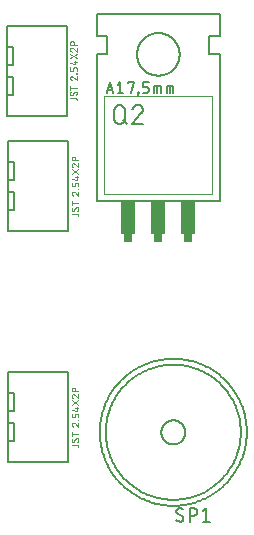
<source format=gbr>
G04 EAGLE Gerber RS-274X export*
G75*
%MOMM*%
%FSLAX34Y34*%
%LPD*%
%INSilkscreen Top*%
%IPPOS*%
%AMOC8*
5,1,8,0,0,1.08239X$1,22.5*%
G01*
%ADD10C,0.127000*%
%ADD11C,0.050800*%
%ADD12R,0.762000X0.635000*%
%ADD13R,1.270000X2.794000*%
%ADD14C,0.177800*%
%ADD15C,0.152400*%


D10*
X-204470Y-121920D02*
X-100330Y-121920D01*
X-100330Y36830D02*
X-204470Y36830D01*
X-100330Y2540D02*
X-100330Y-121920D01*
X-100330Y2540D02*
X-109220Y2540D01*
X-109220Y17780D01*
X-100330Y17780D01*
X-100330Y36830D01*
X-204470Y2540D02*
X-204470Y-121920D01*
X-204470Y2540D02*
X-195580Y2540D01*
X-195580Y17780D01*
X-204470Y17780D01*
X-204470Y36830D01*
D11*
X-198120Y-115570D02*
X-106680Y-115570D01*
X-106680Y-33020D01*
X-198120Y-33020D01*
X-198120Y-115570D01*
D10*
X-170434Y2540D02*
X-170429Y2983D01*
X-170412Y3425D01*
X-170385Y3867D01*
X-170347Y4308D01*
X-170298Y4748D01*
X-170239Y5186D01*
X-170168Y5623D01*
X-170087Y6058D01*
X-169996Y6491D01*
X-169894Y6922D01*
X-169781Y7350D01*
X-169657Y7775D01*
X-169524Y8197D01*
X-169380Y8615D01*
X-169226Y9030D01*
X-169061Y9441D01*
X-168887Y9848D01*
X-168703Y10251D01*
X-168508Y10648D01*
X-168305Y11041D01*
X-168091Y11429D01*
X-167868Y11811D01*
X-167636Y12188D01*
X-167395Y12559D01*
X-167144Y12924D01*
X-166885Y13283D01*
X-166617Y13635D01*
X-166340Y13981D01*
X-166056Y14319D01*
X-165762Y14651D01*
X-165461Y14975D01*
X-165152Y15292D01*
X-164835Y15601D01*
X-164511Y15902D01*
X-164179Y16196D01*
X-163841Y16480D01*
X-163495Y16757D01*
X-163143Y17025D01*
X-162784Y17284D01*
X-162419Y17535D01*
X-162048Y17776D01*
X-161671Y18008D01*
X-161289Y18231D01*
X-160901Y18445D01*
X-160508Y18648D01*
X-160111Y18843D01*
X-159708Y19027D01*
X-159301Y19201D01*
X-158890Y19366D01*
X-158475Y19520D01*
X-158057Y19664D01*
X-157635Y19797D01*
X-157210Y19921D01*
X-156782Y20034D01*
X-156351Y20136D01*
X-155918Y20227D01*
X-155483Y20308D01*
X-155046Y20379D01*
X-154608Y20438D01*
X-154168Y20487D01*
X-153727Y20525D01*
X-153285Y20552D01*
X-152843Y20569D01*
X-152400Y20574D01*
X-151957Y20569D01*
X-151515Y20552D01*
X-151073Y20525D01*
X-150632Y20487D01*
X-150192Y20438D01*
X-149754Y20379D01*
X-149317Y20308D01*
X-148882Y20227D01*
X-148449Y20136D01*
X-148018Y20034D01*
X-147590Y19921D01*
X-147165Y19797D01*
X-146743Y19664D01*
X-146325Y19520D01*
X-145910Y19366D01*
X-145499Y19201D01*
X-145092Y19027D01*
X-144689Y18843D01*
X-144292Y18648D01*
X-143899Y18445D01*
X-143511Y18231D01*
X-143129Y18008D01*
X-142752Y17776D01*
X-142381Y17535D01*
X-142016Y17284D01*
X-141657Y17025D01*
X-141305Y16757D01*
X-140959Y16480D01*
X-140621Y16196D01*
X-140289Y15902D01*
X-139965Y15601D01*
X-139648Y15292D01*
X-139339Y14975D01*
X-139038Y14651D01*
X-138744Y14319D01*
X-138460Y13981D01*
X-138183Y13635D01*
X-137915Y13283D01*
X-137656Y12924D01*
X-137405Y12559D01*
X-137164Y12188D01*
X-136932Y11811D01*
X-136709Y11429D01*
X-136495Y11041D01*
X-136292Y10648D01*
X-136097Y10251D01*
X-135913Y9848D01*
X-135739Y9441D01*
X-135574Y9030D01*
X-135420Y8615D01*
X-135276Y8197D01*
X-135143Y7775D01*
X-135019Y7350D01*
X-134906Y6922D01*
X-134804Y6491D01*
X-134713Y6058D01*
X-134632Y5623D01*
X-134561Y5186D01*
X-134502Y4748D01*
X-134453Y4308D01*
X-134415Y3867D01*
X-134388Y3425D01*
X-134371Y2983D01*
X-134366Y2540D01*
X-134371Y2097D01*
X-134388Y1655D01*
X-134415Y1213D01*
X-134453Y772D01*
X-134502Y332D01*
X-134561Y-106D01*
X-134632Y-543D01*
X-134713Y-978D01*
X-134804Y-1411D01*
X-134906Y-1842D01*
X-135019Y-2270D01*
X-135143Y-2695D01*
X-135276Y-3117D01*
X-135420Y-3535D01*
X-135574Y-3950D01*
X-135739Y-4361D01*
X-135913Y-4768D01*
X-136097Y-5171D01*
X-136292Y-5568D01*
X-136495Y-5961D01*
X-136709Y-6349D01*
X-136932Y-6731D01*
X-137164Y-7108D01*
X-137405Y-7479D01*
X-137656Y-7844D01*
X-137915Y-8203D01*
X-138183Y-8555D01*
X-138460Y-8901D01*
X-138744Y-9239D01*
X-139038Y-9571D01*
X-139339Y-9895D01*
X-139648Y-10212D01*
X-139965Y-10521D01*
X-140289Y-10822D01*
X-140621Y-11116D01*
X-140959Y-11400D01*
X-141305Y-11677D01*
X-141657Y-11945D01*
X-142016Y-12204D01*
X-142381Y-12455D01*
X-142752Y-12696D01*
X-143129Y-12928D01*
X-143511Y-13151D01*
X-143899Y-13365D01*
X-144292Y-13568D01*
X-144689Y-13763D01*
X-145092Y-13947D01*
X-145499Y-14121D01*
X-145910Y-14286D01*
X-146325Y-14440D01*
X-146743Y-14584D01*
X-147165Y-14717D01*
X-147590Y-14841D01*
X-148018Y-14954D01*
X-148449Y-15056D01*
X-148882Y-15147D01*
X-149317Y-15228D01*
X-149754Y-15299D01*
X-150192Y-15358D01*
X-150632Y-15407D01*
X-151073Y-15445D01*
X-151515Y-15472D01*
X-151957Y-15489D01*
X-152400Y-15494D01*
X-152843Y-15489D01*
X-153285Y-15472D01*
X-153727Y-15445D01*
X-154168Y-15407D01*
X-154608Y-15358D01*
X-155046Y-15299D01*
X-155483Y-15228D01*
X-155918Y-15147D01*
X-156351Y-15056D01*
X-156782Y-14954D01*
X-157210Y-14841D01*
X-157635Y-14717D01*
X-158057Y-14584D01*
X-158475Y-14440D01*
X-158890Y-14286D01*
X-159301Y-14121D01*
X-159708Y-13947D01*
X-160111Y-13763D01*
X-160508Y-13568D01*
X-160901Y-13365D01*
X-161289Y-13151D01*
X-161671Y-12928D01*
X-162048Y-12696D01*
X-162419Y-12455D01*
X-162784Y-12204D01*
X-163143Y-11945D01*
X-163495Y-11677D01*
X-163841Y-11400D01*
X-164179Y-11116D01*
X-164511Y-10822D01*
X-164835Y-10521D01*
X-165152Y-10212D01*
X-165461Y-9895D01*
X-165762Y-9571D01*
X-166056Y-9239D01*
X-166340Y-8901D01*
X-166617Y-8555D01*
X-166885Y-8203D01*
X-167144Y-7844D01*
X-167395Y-7479D01*
X-167636Y-7108D01*
X-167868Y-6731D01*
X-168091Y-6349D01*
X-168305Y-5961D01*
X-168508Y-5568D01*
X-168703Y-5171D01*
X-168887Y-4768D01*
X-169061Y-4361D01*
X-169226Y-3950D01*
X-169380Y-3535D01*
X-169524Y-3117D01*
X-169657Y-2695D01*
X-169781Y-2270D01*
X-169894Y-1842D01*
X-169996Y-1411D01*
X-170087Y-978D01*
X-170168Y-543D01*
X-170239Y-106D01*
X-170298Y332D01*
X-170347Y772D01*
X-170385Y1213D01*
X-170412Y1655D01*
X-170429Y2097D01*
X-170434Y2540D01*
X-193336Y-21209D02*
X-196215Y-29845D01*
X-190458Y-29845D02*
X-193336Y-21209D01*
X-191177Y-27686D02*
X-195495Y-27686D01*
X-186820Y-23128D02*
X-184421Y-21209D01*
X-184421Y-29845D01*
X-186820Y-29845D02*
X-182022Y-29845D01*
X-177904Y-22169D02*
X-177904Y-21209D01*
X-173107Y-21209D01*
X-175506Y-29845D01*
X-169549Y-29845D02*
X-169069Y-29845D01*
X-169549Y-29845D02*
X-169549Y-29365D01*
X-169069Y-29365D01*
X-169069Y-29845D01*
X-169788Y-31764D01*
X-165423Y-29845D02*
X-162544Y-29845D01*
X-162458Y-29843D01*
X-162372Y-29837D01*
X-162286Y-29828D01*
X-162201Y-29814D01*
X-162117Y-29797D01*
X-162033Y-29776D01*
X-161951Y-29751D01*
X-161870Y-29723D01*
X-161790Y-29691D01*
X-161711Y-29655D01*
X-161635Y-29616D01*
X-161560Y-29573D01*
X-161487Y-29528D01*
X-161416Y-29479D01*
X-161348Y-29426D01*
X-161281Y-29371D01*
X-161218Y-29313D01*
X-161157Y-29252D01*
X-161099Y-29189D01*
X-161044Y-29122D01*
X-160992Y-29054D01*
X-160942Y-28983D01*
X-160897Y-28910D01*
X-160854Y-28835D01*
X-160815Y-28759D01*
X-160779Y-28680D01*
X-160747Y-28600D01*
X-160719Y-28519D01*
X-160694Y-28437D01*
X-160673Y-28353D01*
X-160656Y-28269D01*
X-160642Y-28184D01*
X-160633Y-28098D01*
X-160627Y-28012D01*
X-160625Y-27926D01*
X-160625Y-26966D01*
X-160627Y-26880D01*
X-160633Y-26794D01*
X-160642Y-26708D01*
X-160656Y-26623D01*
X-160673Y-26539D01*
X-160694Y-26455D01*
X-160719Y-26373D01*
X-160747Y-26292D01*
X-160779Y-26212D01*
X-160815Y-26133D01*
X-160854Y-26057D01*
X-160897Y-25982D01*
X-160942Y-25909D01*
X-160991Y-25838D01*
X-161044Y-25770D01*
X-161099Y-25703D01*
X-161157Y-25640D01*
X-161218Y-25579D01*
X-161281Y-25521D01*
X-161348Y-25466D01*
X-161416Y-25413D01*
X-161487Y-25364D01*
X-161560Y-25319D01*
X-161635Y-25276D01*
X-161711Y-25237D01*
X-161790Y-25201D01*
X-161870Y-25169D01*
X-161951Y-25141D01*
X-162033Y-25116D01*
X-162117Y-25095D01*
X-162201Y-25078D01*
X-162286Y-25064D01*
X-162372Y-25055D01*
X-162458Y-25049D01*
X-162544Y-25047D01*
X-165423Y-25047D01*
X-165423Y-21209D01*
X-160625Y-21209D01*
X-156096Y-24088D02*
X-156096Y-29845D01*
X-156096Y-24088D02*
X-151778Y-24088D01*
X-151703Y-24090D01*
X-151628Y-24096D01*
X-151553Y-24106D01*
X-151479Y-24119D01*
X-151406Y-24137D01*
X-151333Y-24158D01*
X-151262Y-24184D01*
X-151193Y-24212D01*
X-151125Y-24245D01*
X-151059Y-24281D01*
X-150994Y-24320D01*
X-150932Y-24363D01*
X-150872Y-24409D01*
X-150815Y-24458D01*
X-150760Y-24509D01*
X-150709Y-24564D01*
X-150660Y-24621D01*
X-150614Y-24681D01*
X-150571Y-24743D01*
X-150532Y-24808D01*
X-150496Y-24874D01*
X-150463Y-24942D01*
X-150435Y-25011D01*
X-150409Y-25082D01*
X-150388Y-25155D01*
X-150370Y-25228D01*
X-150357Y-25302D01*
X-150347Y-25377D01*
X-150341Y-25452D01*
X-150339Y-25527D01*
X-150339Y-29845D01*
X-153217Y-29845D02*
X-153217Y-24088D01*
X-145397Y-24088D02*
X-145397Y-29845D01*
X-145397Y-24088D02*
X-141079Y-24088D01*
X-141004Y-24090D01*
X-140929Y-24096D01*
X-140854Y-24106D01*
X-140780Y-24119D01*
X-140707Y-24137D01*
X-140634Y-24158D01*
X-140563Y-24184D01*
X-140494Y-24212D01*
X-140426Y-24245D01*
X-140360Y-24281D01*
X-140295Y-24320D01*
X-140233Y-24363D01*
X-140173Y-24409D01*
X-140116Y-24458D01*
X-140061Y-24509D01*
X-140010Y-24564D01*
X-139961Y-24621D01*
X-139915Y-24681D01*
X-139872Y-24743D01*
X-139833Y-24808D01*
X-139797Y-24874D01*
X-139764Y-24942D01*
X-139736Y-25011D01*
X-139710Y-25082D01*
X-139689Y-25155D01*
X-139671Y-25228D01*
X-139658Y-25302D01*
X-139648Y-25377D01*
X-139642Y-25452D01*
X-139640Y-25527D01*
X-139640Y-29845D01*
X-142519Y-29845D02*
X-142519Y-24088D01*
D12*
X-127000Y-153035D03*
X-152400Y-153035D03*
X-177800Y-153035D03*
D13*
X-177800Y-135890D03*
X-152400Y-135890D03*
X-127000Y-135890D03*
D14*
X-189611Y-51816D02*
X-189611Y-44704D01*
X-189609Y-44572D01*
X-189603Y-44441D01*
X-189593Y-44309D01*
X-189580Y-44178D01*
X-189562Y-44048D01*
X-189541Y-43918D01*
X-189516Y-43788D01*
X-189487Y-43660D01*
X-189454Y-43532D01*
X-189417Y-43406D01*
X-189377Y-43280D01*
X-189333Y-43156D01*
X-189285Y-43033D01*
X-189234Y-42912D01*
X-189179Y-42792D01*
X-189121Y-42674D01*
X-189059Y-42558D01*
X-188993Y-42444D01*
X-188925Y-42331D01*
X-188853Y-42221D01*
X-188778Y-42113D01*
X-188699Y-42007D01*
X-188618Y-41903D01*
X-188533Y-41802D01*
X-188446Y-41704D01*
X-188355Y-41608D01*
X-188262Y-41515D01*
X-188166Y-41424D01*
X-188068Y-41337D01*
X-187967Y-41252D01*
X-187863Y-41171D01*
X-187757Y-41092D01*
X-187649Y-41017D01*
X-187539Y-40945D01*
X-187426Y-40877D01*
X-187312Y-40811D01*
X-187196Y-40749D01*
X-187078Y-40691D01*
X-186958Y-40636D01*
X-186837Y-40585D01*
X-186714Y-40537D01*
X-186590Y-40493D01*
X-186464Y-40453D01*
X-186338Y-40416D01*
X-186210Y-40383D01*
X-186082Y-40354D01*
X-185952Y-40329D01*
X-185822Y-40308D01*
X-185692Y-40290D01*
X-185561Y-40277D01*
X-185429Y-40267D01*
X-185298Y-40261D01*
X-185166Y-40259D01*
X-185034Y-40261D01*
X-184903Y-40267D01*
X-184771Y-40277D01*
X-184640Y-40290D01*
X-184510Y-40308D01*
X-184380Y-40329D01*
X-184250Y-40354D01*
X-184122Y-40383D01*
X-183994Y-40416D01*
X-183868Y-40453D01*
X-183742Y-40493D01*
X-183618Y-40537D01*
X-183495Y-40585D01*
X-183374Y-40636D01*
X-183254Y-40691D01*
X-183136Y-40749D01*
X-183020Y-40811D01*
X-182906Y-40877D01*
X-182793Y-40945D01*
X-182683Y-41017D01*
X-182575Y-41092D01*
X-182469Y-41171D01*
X-182365Y-41252D01*
X-182264Y-41337D01*
X-182166Y-41424D01*
X-182070Y-41515D01*
X-181977Y-41608D01*
X-181886Y-41704D01*
X-181799Y-41802D01*
X-181714Y-41903D01*
X-181633Y-42007D01*
X-181554Y-42113D01*
X-181479Y-42221D01*
X-181407Y-42331D01*
X-181339Y-42444D01*
X-181273Y-42558D01*
X-181211Y-42674D01*
X-181153Y-42792D01*
X-181098Y-42912D01*
X-181047Y-43033D01*
X-180999Y-43156D01*
X-180955Y-43280D01*
X-180915Y-43406D01*
X-180878Y-43532D01*
X-180845Y-43660D01*
X-180816Y-43788D01*
X-180791Y-43918D01*
X-180770Y-44048D01*
X-180752Y-44178D01*
X-180739Y-44309D01*
X-180729Y-44441D01*
X-180723Y-44572D01*
X-180721Y-44704D01*
X-180721Y-51816D01*
X-180723Y-51948D01*
X-180729Y-52079D01*
X-180739Y-52211D01*
X-180752Y-52342D01*
X-180770Y-52472D01*
X-180791Y-52602D01*
X-180816Y-52732D01*
X-180845Y-52860D01*
X-180878Y-52988D01*
X-180915Y-53114D01*
X-180955Y-53240D01*
X-180999Y-53364D01*
X-181047Y-53487D01*
X-181098Y-53608D01*
X-181153Y-53728D01*
X-181211Y-53846D01*
X-181273Y-53962D01*
X-181339Y-54076D01*
X-181407Y-54189D01*
X-181479Y-54299D01*
X-181554Y-54407D01*
X-181633Y-54513D01*
X-181714Y-54617D01*
X-181799Y-54718D01*
X-181886Y-54816D01*
X-181977Y-54912D01*
X-182070Y-55005D01*
X-182166Y-55096D01*
X-182264Y-55183D01*
X-182365Y-55268D01*
X-182469Y-55349D01*
X-182575Y-55428D01*
X-182683Y-55503D01*
X-182793Y-55575D01*
X-182906Y-55643D01*
X-183020Y-55709D01*
X-183136Y-55771D01*
X-183254Y-55829D01*
X-183374Y-55884D01*
X-183495Y-55935D01*
X-183618Y-55983D01*
X-183742Y-56027D01*
X-183868Y-56067D01*
X-183994Y-56104D01*
X-184122Y-56137D01*
X-184250Y-56166D01*
X-184380Y-56191D01*
X-184510Y-56212D01*
X-184640Y-56230D01*
X-184771Y-56243D01*
X-184903Y-56253D01*
X-185034Y-56259D01*
X-185166Y-56261D01*
X-185298Y-56259D01*
X-185429Y-56253D01*
X-185561Y-56243D01*
X-185692Y-56230D01*
X-185822Y-56212D01*
X-185952Y-56191D01*
X-186082Y-56166D01*
X-186210Y-56137D01*
X-186338Y-56104D01*
X-186464Y-56067D01*
X-186590Y-56027D01*
X-186714Y-55983D01*
X-186837Y-55935D01*
X-186958Y-55884D01*
X-187078Y-55829D01*
X-187196Y-55771D01*
X-187312Y-55709D01*
X-187426Y-55643D01*
X-187539Y-55575D01*
X-187649Y-55503D01*
X-187757Y-55428D01*
X-187863Y-55349D01*
X-187967Y-55268D01*
X-188068Y-55183D01*
X-188166Y-55096D01*
X-188262Y-55005D01*
X-188355Y-54912D01*
X-188446Y-54816D01*
X-188533Y-54718D01*
X-188618Y-54617D01*
X-188699Y-54513D01*
X-188778Y-54407D01*
X-188853Y-54299D01*
X-188925Y-54189D01*
X-188993Y-54076D01*
X-189059Y-53962D01*
X-189121Y-53846D01*
X-189179Y-53728D01*
X-189234Y-53608D01*
X-189285Y-53487D01*
X-189333Y-53364D01*
X-189377Y-53240D01*
X-189417Y-53114D01*
X-189454Y-52988D01*
X-189487Y-52860D01*
X-189516Y-52732D01*
X-189541Y-52602D01*
X-189562Y-52472D01*
X-189580Y-52342D01*
X-189593Y-52211D01*
X-189603Y-52079D01*
X-189609Y-51948D01*
X-189611Y-51816D01*
X-182499Y-52705D02*
X-178943Y-56261D01*
X-165489Y-44260D02*
X-165491Y-44134D01*
X-165497Y-44009D01*
X-165507Y-43883D01*
X-165521Y-43759D01*
X-165538Y-43634D01*
X-165560Y-43510D01*
X-165585Y-43387D01*
X-165615Y-43265D01*
X-165648Y-43144D01*
X-165685Y-43024D01*
X-165726Y-42905D01*
X-165770Y-42787D01*
X-165818Y-42671D01*
X-165870Y-42556D01*
X-165925Y-42444D01*
X-165984Y-42333D01*
X-166046Y-42223D01*
X-166112Y-42116D01*
X-166181Y-42011D01*
X-166253Y-41908D01*
X-166329Y-41808D01*
X-166407Y-41710D01*
X-166489Y-41614D01*
X-166573Y-41521D01*
X-166661Y-41431D01*
X-166751Y-41343D01*
X-166844Y-41259D01*
X-166940Y-41177D01*
X-167038Y-41099D01*
X-167138Y-41023D01*
X-167241Y-40951D01*
X-167346Y-40882D01*
X-167453Y-40816D01*
X-167563Y-40754D01*
X-167674Y-40695D01*
X-167786Y-40640D01*
X-167901Y-40588D01*
X-168017Y-40540D01*
X-168135Y-40496D01*
X-168254Y-40455D01*
X-168374Y-40418D01*
X-168495Y-40385D01*
X-168617Y-40355D01*
X-168740Y-40330D01*
X-168864Y-40308D01*
X-168989Y-40291D01*
X-169113Y-40277D01*
X-169239Y-40267D01*
X-169364Y-40261D01*
X-169490Y-40259D01*
X-169631Y-40261D01*
X-169771Y-40267D01*
X-169911Y-40276D01*
X-170051Y-40290D01*
X-170190Y-40307D01*
X-170329Y-40328D01*
X-170468Y-40353D01*
X-170605Y-40381D01*
X-170742Y-40414D01*
X-170878Y-40450D01*
X-171013Y-40490D01*
X-171146Y-40533D01*
X-171279Y-40580D01*
X-171410Y-40631D01*
X-171539Y-40685D01*
X-171667Y-40743D01*
X-171794Y-40804D01*
X-171919Y-40869D01*
X-172041Y-40937D01*
X-172162Y-41008D01*
X-172282Y-41083D01*
X-172398Y-41161D01*
X-172513Y-41242D01*
X-172626Y-41326D01*
X-172736Y-41414D01*
X-172844Y-41504D01*
X-172949Y-41597D01*
X-173051Y-41693D01*
X-173151Y-41792D01*
X-173249Y-41893D01*
X-173343Y-41997D01*
X-173435Y-42104D01*
X-173523Y-42213D01*
X-173609Y-42324D01*
X-173691Y-42438D01*
X-173771Y-42554D01*
X-173847Y-42672D01*
X-173920Y-42792D01*
X-173989Y-42914D01*
X-174056Y-43038D01*
X-174119Y-43164D01*
X-174178Y-43291D01*
X-174234Y-43420D01*
X-174286Y-43550D01*
X-174335Y-43682D01*
X-174380Y-43815D01*
X-166824Y-47372D02*
X-166732Y-47281D01*
X-166642Y-47188D01*
X-166556Y-47093D01*
X-166472Y-46995D01*
X-166392Y-46894D01*
X-166314Y-46791D01*
X-166240Y-46686D01*
X-166169Y-46578D01*
X-166101Y-46469D01*
X-166037Y-46357D01*
X-165975Y-46244D01*
X-165918Y-46129D01*
X-165863Y-46012D01*
X-165812Y-45893D01*
X-165765Y-45773D01*
X-165722Y-45652D01*
X-165682Y-45530D01*
X-165646Y-45406D01*
X-165613Y-45281D01*
X-165584Y-45156D01*
X-165559Y-45029D01*
X-165538Y-44902D01*
X-165521Y-44774D01*
X-165507Y-44646D01*
X-165498Y-44518D01*
X-165492Y-44389D01*
X-165490Y-44260D01*
X-166823Y-47371D02*
X-174380Y-56261D01*
X-165490Y-56261D01*
D10*
X-228600Y-266700D02*
X-279400Y-266700D01*
X-279400Y-284480D01*
X-279400Y-299720D01*
X-279400Y-309880D02*
X-279400Y-325120D01*
X-279400Y-342900D01*
X-228600Y-342900D01*
X-228600Y-266700D01*
X-274320Y-284480D02*
X-279400Y-284480D01*
X-279400Y-299720D02*
X-274320Y-299720D01*
X-279400Y-299720D02*
X-279400Y-309880D01*
X-274320Y-309880D01*
X-274320Y-325120D02*
X-279400Y-325120D01*
X-274320Y-299720D02*
X-274320Y-284480D01*
X-274320Y-309880D02*
X-274320Y-325120D01*
D11*
X-225806Y-327994D02*
X-221460Y-327994D01*
X-221390Y-327996D01*
X-221321Y-328002D01*
X-221252Y-328012D01*
X-221184Y-328025D01*
X-221116Y-328043D01*
X-221050Y-328064D01*
X-220985Y-328089D01*
X-220921Y-328117D01*
X-220859Y-328149D01*
X-220799Y-328184D01*
X-220741Y-328223D01*
X-220686Y-328265D01*
X-220632Y-328310D01*
X-220582Y-328358D01*
X-220534Y-328408D01*
X-220489Y-328462D01*
X-220447Y-328517D01*
X-220408Y-328575D01*
X-220373Y-328635D01*
X-220341Y-328697D01*
X-220313Y-328761D01*
X-220288Y-328826D01*
X-220267Y-328892D01*
X-220249Y-328960D01*
X-220236Y-329028D01*
X-220226Y-329097D01*
X-220220Y-329166D01*
X-220218Y-329236D01*
X-220218Y-329857D01*
X-220218Y-323772D02*
X-220220Y-323702D01*
X-220226Y-323633D01*
X-220236Y-323564D01*
X-220249Y-323496D01*
X-220267Y-323428D01*
X-220288Y-323362D01*
X-220313Y-323297D01*
X-220341Y-323233D01*
X-220373Y-323171D01*
X-220408Y-323111D01*
X-220447Y-323053D01*
X-220489Y-322998D01*
X-220534Y-322944D01*
X-220582Y-322894D01*
X-220632Y-322846D01*
X-220686Y-322801D01*
X-220741Y-322759D01*
X-220799Y-322720D01*
X-220859Y-322685D01*
X-220921Y-322653D01*
X-220985Y-322625D01*
X-221050Y-322600D01*
X-221116Y-322579D01*
X-221184Y-322561D01*
X-221252Y-322548D01*
X-221321Y-322538D01*
X-221390Y-322532D01*
X-221460Y-322530D01*
X-220218Y-323772D02*
X-220220Y-323871D01*
X-220225Y-323969D01*
X-220235Y-324067D01*
X-220248Y-324165D01*
X-220264Y-324262D01*
X-220284Y-324359D01*
X-220308Y-324454D01*
X-220336Y-324549D01*
X-220367Y-324643D01*
X-220401Y-324735D01*
X-220439Y-324826D01*
X-220480Y-324916D01*
X-220525Y-325004D01*
X-220573Y-325090D01*
X-220624Y-325174D01*
X-220678Y-325256D01*
X-220736Y-325337D01*
X-220796Y-325415D01*
X-220859Y-325490D01*
X-220925Y-325564D01*
X-220994Y-325634D01*
X-224564Y-325480D02*
X-224634Y-325478D01*
X-224703Y-325472D01*
X-224772Y-325462D01*
X-224840Y-325449D01*
X-224908Y-325431D01*
X-224974Y-325410D01*
X-225039Y-325385D01*
X-225103Y-325357D01*
X-225165Y-325325D01*
X-225225Y-325290D01*
X-225283Y-325251D01*
X-225338Y-325209D01*
X-225392Y-325164D01*
X-225442Y-325116D01*
X-225490Y-325066D01*
X-225535Y-325012D01*
X-225577Y-324957D01*
X-225616Y-324899D01*
X-225651Y-324839D01*
X-225683Y-324777D01*
X-225711Y-324713D01*
X-225736Y-324648D01*
X-225757Y-324582D01*
X-225775Y-324514D01*
X-225788Y-324446D01*
X-225798Y-324377D01*
X-225804Y-324308D01*
X-225806Y-324238D01*
X-225804Y-324144D01*
X-225798Y-324051D01*
X-225789Y-323958D01*
X-225776Y-323865D01*
X-225759Y-323773D01*
X-225739Y-323682D01*
X-225714Y-323591D01*
X-225687Y-323502D01*
X-225655Y-323414D01*
X-225620Y-323327D01*
X-225582Y-323241D01*
X-225540Y-323158D01*
X-225495Y-323075D01*
X-225447Y-322995D01*
X-225395Y-322917D01*
X-225340Y-322841D01*
X-223478Y-324859D02*
X-223514Y-324918D01*
X-223554Y-324974D01*
X-223597Y-325028D01*
X-223642Y-325080D01*
X-223691Y-325129D01*
X-223742Y-325175D01*
X-223795Y-325218D01*
X-223851Y-325259D01*
X-223909Y-325296D01*
X-223969Y-325331D01*
X-224030Y-325361D01*
X-224093Y-325389D01*
X-224158Y-325413D01*
X-224224Y-325433D01*
X-224291Y-325450D01*
X-224358Y-325463D01*
X-224426Y-325472D01*
X-224495Y-325478D01*
X-224564Y-325480D01*
X-222546Y-323152D02*
X-222510Y-323093D01*
X-222470Y-323037D01*
X-222427Y-322983D01*
X-222382Y-322931D01*
X-222333Y-322882D01*
X-222282Y-322836D01*
X-222229Y-322793D01*
X-222173Y-322752D01*
X-222115Y-322715D01*
X-222056Y-322680D01*
X-221994Y-322650D01*
X-221931Y-322622D01*
X-221866Y-322598D01*
X-221800Y-322578D01*
X-221733Y-322561D01*
X-221666Y-322548D01*
X-221598Y-322539D01*
X-221529Y-322533D01*
X-221460Y-322531D01*
X-222546Y-323152D02*
X-223478Y-324859D01*
X-225806Y-319145D02*
X-220218Y-319145D01*
X-225806Y-320697D02*
X-225806Y-317593D01*
X-225806Y-310943D02*
X-225804Y-310870D01*
X-225798Y-310797D01*
X-225789Y-310724D01*
X-225775Y-310653D01*
X-225758Y-310581D01*
X-225738Y-310511D01*
X-225713Y-310442D01*
X-225685Y-310375D01*
X-225654Y-310309D01*
X-225619Y-310245D01*
X-225581Y-310182D01*
X-225539Y-310122D01*
X-225495Y-310064D01*
X-225447Y-310008D01*
X-225397Y-309955D01*
X-225344Y-309905D01*
X-225288Y-309857D01*
X-225230Y-309813D01*
X-225170Y-309771D01*
X-225108Y-309733D01*
X-225043Y-309698D01*
X-224977Y-309667D01*
X-224910Y-309639D01*
X-224841Y-309614D01*
X-224771Y-309594D01*
X-224699Y-309577D01*
X-224628Y-309563D01*
X-224555Y-309554D01*
X-224482Y-309548D01*
X-224409Y-309546D01*
X-225806Y-310943D02*
X-225804Y-311027D01*
X-225798Y-311110D01*
X-225789Y-311193D01*
X-225775Y-311275D01*
X-225758Y-311357D01*
X-225736Y-311438D01*
X-225711Y-311518D01*
X-225683Y-311596D01*
X-225651Y-311674D01*
X-225615Y-311749D01*
X-225576Y-311823D01*
X-225533Y-311895D01*
X-225487Y-311965D01*
X-225438Y-312032D01*
X-225385Y-312098D01*
X-225330Y-312160D01*
X-225272Y-312220D01*
X-225211Y-312278D01*
X-225148Y-312332D01*
X-225082Y-312384D01*
X-225014Y-312432D01*
X-224943Y-312477D01*
X-224871Y-312519D01*
X-224796Y-312557D01*
X-224720Y-312592D01*
X-224643Y-312623D01*
X-224564Y-312651D01*
X-223323Y-310013D02*
X-223376Y-309959D01*
X-223433Y-309908D01*
X-223492Y-309860D01*
X-223553Y-309815D01*
X-223616Y-309774D01*
X-223682Y-309735D01*
X-223749Y-309700D01*
X-223818Y-309668D01*
X-223889Y-309640D01*
X-223960Y-309616D01*
X-224033Y-309595D01*
X-224107Y-309578D01*
X-224182Y-309564D01*
X-224257Y-309555D01*
X-224333Y-309549D01*
X-224409Y-309547D01*
X-223322Y-310012D02*
X-220218Y-312651D01*
X-220218Y-309546D01*
X-220218Y-307413D02*
X-220528Y-307413D01*
X-220528Y-307103D01*
X-220218Y-307103D01*
X-220218Y-307413D01*
X-220218Y-304970D02*
X-220218Y-303107D01*
X-220220Y-303037D01*
X-220226Y-302968D01*
X-220236Y-302899D01*
X-220249Y-302831D01*
X-220267Y-302763D01*
X-220288Y-302697D01*
X-220313Y-302632D01*
X-220341Y-302568D01*
X-220373Y-302506D01*
X-220408Y-302446D01*
X-220447Y-302388D01*
X-220489Y-302333D01*
X-220534Y-302279D01*
X-220582Y-302229D01*
X-220632Y-302181D01*
X-220686Y-302136D01*
X-220741Y-302094D01*
X-220799Y-302055D01*
X-220859Y-302020D01*
X-220921Y-301988D01*
X-220985Y-301960D01*
X-221050Y-301935D01*
X-221116Y-301914D01*
X-221184Y-301896D01*
X-221252Y-301883D01*
X-221321Y-301873D01*
X-221390Y-301867D01*
X-221460Y-301865D01*
X-222081Y-301865D01*
X-222151Y-301867D01*
X-222220Y-301873D01*
X-222289Y-301883D01*
X-222357Y-301896D01*
X-222425Y-301914D01*
X-222491Y-301935D01*
X-222556Y-301960D01*
X-222620Y-301988D01*
X-222682Y-302020D01*
X-222742Y-302055D01*
X-222800Y-302094D01*
X-222855Y-302136D01*
X-222909Y-302181D01*
X-222959Y-302229D01*
X-223007Y-302279D01*
X-223052Y-302333D01*
X-223094Y-302388D01*
X-223133Y-302446D01*
X-223168Y-302506D01*
X-223200Y-302568D01*
X-223228Y-302632D01*
X-223253Y-302697D01*
X-223274Y-302763D01*
X-223292Y-302831D01*
X-223305Y-302899D01*
X-223315Y-302968D01*
X-223321Y-303037D01*
X-223323Y-303107D01*
X-223322Y-303107D02*
X-223322Y-304970D01*
X-225806Y-304970D01*
X-225806Y-301865D01*
X-225806Y-298242D02*
X-221460Y-299483D01*
X-221460Y-296379D01*
X-222702Y-297310D02*
X-220218Y-297310D01*
X-220218Y-294307D02*
X-225806Y-290582D01*
X-225806Y-294307D02*
X-220218Y-290582D01*
X-224409Y-285406D02*
X-224482Y-285408D01*
X-224555Y-285414D01*
X-224628Y-285423D01*
X-224699Y-285437D01*
X-224771Y-285454D01*
X-224841Y-285474D01*
X-224910Y-285499D01*
X-224977Y-285527D01*
X-225043Y-285558D01*
X-225108Y-285593D01*
X-225170Y-285631D01*
X-225230Y-285673D01*
X-225288Y-285717D01*
X-225344Y-285765D01*
X-225397Y-285815D01*
X-225447Y-285868D01*
X-225495Y-285924D01*
X-225539Y-285982D01*
X-225581Y-286042D01*
X-225619Y-286105D01*
X-225654Y-286169D01*
X-225685Y-286235D01*
X-225713Y-286302D01*
X-225738Y-286371D01*
X-225758Y-286441D01*
X-225775Y-286513D01*
X-225789Y-286584D01*
X-225798Y-286657D01*
X-225804Y-286730D01*
X-225806Y-286803D01*
X-225804Y-286887D01*
X-225798Y-286970D01*
X-225789Y-287053D01*
X-225775Y-287135D01*
X-225758Y-287217D01*
X-225736Y-287298D01*
X-225711Y-287378D01*
X-225683Y-287456D01*
X-225651Y-287534D01*
X-225615Y-287609D01*
X-225576Y-287683D01*
X-225533Y-287755D01*
X-225487Y-287825D01*
X-225438Y-287892D01*
X-225385Y-287958D01*
X-225330Y-288020D01*
X-225272Y-288080D01*
X-225211Y-288138D01*
X-225148Y-288192D01*
X-225082Y-288244D01*
X-225014Y-288292D01*
X-224943Y-288337D01*
X-224871Y-288379D01*
X-224796Y-288417D01*
X-224720Y-288452D01*
X-224643Y-288483D01*
X-224564Y-288511D01*
X-223323Y-285873D02*
X-223376Y-285819D01*
X-223433Y-285768D01*
X-223492Y-285720D01*
X-223553Y-285675D01*
X-223616Y-285634D01*
X-223682Y-285595D01*
X-223749Y-285560D01*
X-223818Y-285528D01*
X-223889Y-285500D01*
X-223960Y-285476D01*
X-224033Y-285455D01*
X-224107Y-285438D01*
X-224182Y-285424D01*
X-224257Y-285415D01*
X-224333Y-285409D01*
X-224409Y-285407D01*
X-223322Y-285872D02*
X-220218Y-288511D01*
X-220218Y-285406D01*
X-220218Y-282758D02*
X-225806Y-282758D01*
X-225806Y-281206D01*
X-225804Y-281129D01*
X-225798Y-281051D01*
X-225789Y-280975D01*
X-225775Y-280898D01*
X-225758Y-280823D01*
X-225737Y-280749D01*
X-225712Y-280675D01*
X-225684Y-280603D01*
X-225652Y-280533D01*
X-225617Y-280464D01*
X-225578Y-280397D01*
X-225536Y-280332D01*
X-225491Y-280269D01*
X-225443Y-280208D01*
X-225392Y-280150D01*
X-225338Y-280095D01*
X-225281Y-280042D01*
X-225222Y-279993D01*
X-225160Y-279946D01*
X-225096Y-279902D01*
X-225030Y-279862D01*
X-224962Y-279825D01*
X-224892Y-279791D01*
X-224821Y-279761D01*
X-224748Y-279735D01*
X-224674Y-279712D01*
X-224599Y-279693D01*
X-224524Y-279678D01*
X-224447Y-279666D01*
X-224370Y-279658D01*
X-224293Y-279654D01*
X-224215Y-279654D01*
X-224138Y-279658D01*
X-224061Y-279666D01*
X-223984Y-279678D01*
X-223909Y-279693D01*
X-223834Y-279712D01*
X-223760Y-279735D01*
X-223687Y-279761D01*
X-223616Y-279791D01*
X-223546Y-279825D01*
X-223478Y-279862D01*
X-223412Y-279902D01*
X-223348Y-279946D01*
X-223286Y-279993D01*
X-223227Y-280042D01*
X-223170Y-280095D01*
X-223116Y-280150D01*
X-223065Y-280208D01*
X-223017Y-280269D01*
X-222972Y-280332D01*
X-222930Y-280397D01*
X-222891Y-280464D01*
X-222856Y-280533D01*
X-222824Y-280603D01*
X-222796Y-280675D01*
X-222771Y-280749D01*
X-222750Y-280823D01*
X-222733Y-280898D01*
X-222719Y-280975D01*
X-222710Y-281051D01*
X-222704Y-281129D01*
X-222702Y-281206D01*
X-222702Y-282758D01*
D10*
X-229870Y26670D02*
X-280670Y26670D01*
X-280670Y8890D01*
X-280670Y-6350D01*
X-280670Y-16510D02*
X-280670Y-31750D01*
X-280670Y-49530D01*
X-229870Y-49530D01*
X-229870Y26670D01*
X-275590Y8890D02*
X-280670Y8890D01*
X-280670Y-6350D02*
X-275590Y-6350D01*
X-280670Y-6350D02*
X-280670Y-16510D01*
X-275590Y-16510D01*
X-275590Y-31750D02*
X-280670Y-31750D01*
X-275590Y-6350D02*
X-275590Y8890D01*
X-275590Y-16510D02*
X-275590Y-31750D01*
D11*
X-227076Y-34624D02*
X-222730Y-34624D01*
X-222660Y-34626D01*
X-222591Y-34632D01*
X-222522Y-34642D01*
X-222454Y-34655D01*
X-222386Y-34673D01*
X-222320Y-34694D01*
X-222255Y-34719D01*
X-222191Y-34747D01*
X-222129Y-34779D01*
X-222069Y-34814D01*
X-222011Y-34853D01*
X-221956Y-34895D01*
X-221902Y-34940D01*
X-221852Y-34988D01*
X-221804Y-35038D01*
X-221759Y-35092D01*
X-221717Y-35147D01*
X-221678Y-35205D01*
X-221643Y-35265D01*
X-221611Y-35327D01*
X-221583Y-35391D01*
X-221558Y-35456D01*
X-221537Y-35522D01*
X-221519Y-35590D01*
X-221506Y-35658D01*
X-221496Y-35727D01*
X-221490Y-35796D01*
X-221488Y-35866D01*
X-221488Y-36487D01*
X-221488Y-30402D02*
X-221490Y-30332D01*
X-221496Y-30263D01*
X-221506Y-30194D01*
X-221519Y-30126D01*
X-221537Y-30058D01*
X-221558Y-29992D01*
X-221583Y-29927D01*
X-221611Y-29863D01*
X-221643Y-29801D01*
X-221678Y-29741D01*
X-221717Y-29683D01*
X-221759Y-29628D01*
X-221804Y-29574D01*
X-221852Y-29524D01*
X-221902Y-29476D01*
X-221956Y-29431D01*
X-222011Y-29389D01*
X-222069Y-29350D01*
X-222129Y-29315D01*
X-222191Y-29283D01*
X-222255Y-29255D01*
X-222320Y-29230D01*
X-222386Y-29209D01*
X-222454Y-29191D01*
X-222522Y-29178D01*
X-222591Y-29168D01*
X-222660Y-29162D01*
X-222730Y-29160D01*
X-221488Y-30402D02*
X-221490Y-30501D01*
X-221495Y-30599D01*
X-221505Y-30697D01*
X-221518Y-30795D01*
X-221534Y-30892D01*
X-221554Y-30989D01*
X-221578Y-31084D01*
X-221606Y-31179D01*
X-221637Y-31273D01*
X-221671Y-31365D01*
X-221709Y-31456D01*
X-221750Y-31546D01*
X-221795Y-31634D01*
X-221843Y-31720D01*
X-221894Y-31804D01*
X-221948Y-31886D01*
X-222006Y-31967D01*
X-222066Y-32045D01*
X-222129Y-32120D01*
X-222195Y-32194D01*
X-222264Y-32264D01*
X-225834Y-32110D02*
X-225904Y-32108D01*
X-225973Y-32102D01*
X-226042Y-32092D01*
X-226110Y-32079D01*
X-226178Y-32061D01*
X-226244Y-32040D01*
X-226309Y-32015D01*
X-226373Y-31987D01*
X-226435Y-31955D01*
X-226495Y-31920D01*
X-226553Y-31881D01*
X-226608Y-31839D01*
X-226662Y-31794D01*
X-226712Y-31746D01*
X-226760Y-31696D01*
X-226805Y-31642D01*
X-226847Y-31587D01*
X-226886Y-31529D01*
X-226921Y-31469D01*
X-226953Y-31407D01*
X-226981Y-31343D01*
X-227006Y-31278D01*
X-227027Y-31212D01*
X-227045Y-31144D01*
X-227058Y-31076D01*
X-227068Y-31007D01*
X-227074Y-30938D01*
X-227076Y-30868D01*
X-227074Y-30774D01*
X-227068Y-30681D01*
X-227059Y-30588D01*
X-227046Y-30495D01*
X-227029Y-30403D01*
X-227009Y-30312D01*
X-226984Y-30221D01*
X-226957Y-30132D01*
X-226925Y-30044D01*
X-226890Y-29957D01*
X-226852Y-29871D01*
X-226810Y-29788D01*
X-226765Y-29705D01*
X-226717Y-29625D01*
X-226665Y-29547D01*
X-226610Y-29471D01*
X-224748Y-31489D02*
X-224784Y-31548D01*
X-224824Y-31604D01*
X-224867Y-31658D01*
X-224912Y-31710D01*
X-224961Y-31759D01*
X-225012Y-31805D01*
X-225065Y-31848D01*
X-225121Y-31889D01*
X-225179Y-31926D01*
X-225239Y-31961D01*
X-225300Y-31991D01*
X-225363Y-32019D01*
X-225428Y-32043D01*
X-225494Y-32063D01*
X-225561Y-32080D01*
X-225628Y-32093D01*
X-225696Y-32102D01*
X-225765Y-32108D01*
X-225834Y-32110D01*
X-223816Y-29782D02*
X-223780Y-29723D01*
X-223740Y-29667D01*
X-223697Y-29613D01*
X-223652Y-29561D01*
X-223603Y-29512D01*
X-223552Y-29466D01*
X-223499Y-29423D01*
X-223443Y-29382D01*
X-223385Y-29345D01*
X-223326Y-29310D01*
X-223264Y-29280D01*
X-223201Y-29252D01*
X-223136Y-29228D01*
X-223070Y-29208D01*
X-223003Y-29191D01*
X-222936Y-29178D01*
X-222868Y-29169D01*
X-222799Y-29163D01*
X-222730Y-29161D01*
X-223816Y-29782D02*
X-224748Y-31489D01*
X-227076Y-25775D02*
X-221488Y-25775D01*
X-227076Y-27327D02*
X-227076Y-24223D01*
X-227076Y-17573D02*
X-227074Y-17500D01*
X-227068Y-17427D01*
X-227059Y-17354D01*
X-227045Y-17283D01*
X-227028Y-17211D01*
X-227008Y-17141D01*
X-226983Y-17072D01*
X-226955Y-17005D01*
X-226924Y-16939D01*
X-226889Y-16875D01*
X-226851Y-16812D01*
X-226809Y-16752D01*
X-226765Y-16694D01*
X-226717Y-16638D01*
X-226667Y-16585D01*
X-226614Y-16535D01*
X-226558Y-16487D01*
X-226500Y-16443D01*
X-226440Y-16401D01*
X-226378Y-16363D01*
X-226313Y-16328D01*
X-226247Y-16297D01*
X-226180Y-16269D01*
X-226111Y-16244D01*
X-226041Y-16224D01*
X-225969Y-16207D01*
X-225898Y-16193D01*
X-225825Y-16184D01*
X-225752Y-16178D01*
X-225679Y-16176D01*
X-227076Y-17573D02*
X-227074Y-17657D01*
X-227068Y-17740D01*
X-227059Y-17823D01*
X-227045Y-17905D01*
X-227028Y-17987D01*
X-227006Y-18068D01*
X-226981Y-18148D01*
X-226953Y-18226D01*
X-226921Y-18304D01*
X-226885Y-18379D01*
X-226846Y-18453D01*
X-226803Y-18525D01*
X-226757Y-18595D01*
X-226708Y-18662D01*
X-226655Y-18728D01*
X-226600Y-18790D01*
X-226542Y-18850D01*
X-226481Y-18908D01*
X-226418Y-18962D01*
X-226352Y-19014D01*
X-226284Y-19062D01*
X-226213Y-19107D01*
X-226141Y-19149D01*
X-226066Y-19187D01*
X-225990Y-19222D01*
X-225913Y-19253D01*
X-225834Y-19281D01*
X-224593Y-16643D02*
X-224646Y-16589D01*
X-224703Y-16538D01*
X-224762Y-16490D01*
X-224823Y-16445D01*
X-224886Y-16404D01*
X-224952Y-16365D01*
X-225019Y-16330D01*
X-225088Y-16298D01*
X-225159Y-16270D01*
X-225230Y-16246D01*
X-225303Y-16225D01*
X-225377Y-16208D01*
X-225452Y-16194D01*
X-225527Y-16185D01*
X-225603Y-16179D01*
X-225679Y-16177D01*
X-224592Y-16642D02*
X-221488Y-19281D01*
X-221488Y-16176D01*
X-221488Y-14043D02*
X-221798Y-14043D01*
X-221798Y-13733D01*
X-221488Y-13733D01*
X-221488Y-14043D01*
X-221488Y-11600D02*
X-221488Y-9737D01*
X-221490Y-9667D01*
X-221496Y-9598D01*
X-221506Y-9529D01*
X-221519Y-9461D01*
X-221537Y-9393D01*
X-221558Y-9327D01*
X-221583Y-9262D01*
X-221611Y-9198D01*
X-221643Y-9136D01*
X-221678Y-9076D01*
X-221717Y-9018D01*
X-221759Y-8963D01*
X-221804Y-8909D01*
X-221852Y-8859D01*
X-221902Y-8811D01*
X-221956Y-8766D01*
X-222011Y-8724D01*
X-222069Y-8685D01*
X-222129Y-8650D01*
X-222191Y-8618D01*
X-222255Y-8590D01*
X-222320Y-8565D01*
X-222386Y-8544D01*
X-222454Y-8526D01*
X-222522Y-8513D01*
X-222591Y-8503D01*
X-222660Y-8497D01*
X-222730Y-8495D01*
X-223351Y-8495D01*
X-223421Y-8497D01*
X-223490Y-8503D01*
X-223559Y-8513D01*
X-223627Y-8526D01*
X-223695Y-8544D01*
X-223761Y-8565D01*
X-223826Y-8590D01*
X-223890Y-8618D01*
X-223952Y-8650D01*
X-224012Y-8685D01*
X-224070Y-8724D01*
X-224125Y-8766D01*
X-224179Y-8811D01*
X-224229Y-8859D01*
X-224277Y-8909D01*
X-224322Y-8963D01*
X-224364Y-9018D01*
X-224403Y-9076D01*
X-224438Y-9136D01*
X-224470Y-9198D01*
X-224498Y-9262D01*
X-224523Y-9327D01*
X-224544Y-9393D01*
X-224562Y-9461D01*
X-224575Y-9529D01*
X-224585Y-9598D01*
X-224591Y-9667D01*
X-224593Y-9737D01*
X-224592Y-9737D02*
X-224592Y-11600D01*
X-227076Y-11600D01*
X-227076Y-8495D01*
X-227076Y-4872D02*
X-222730Y-6113D01*
X-222730Y-3009D01*
X-223972Y-3940D02*
X-221488Y-3940D01*
X-221488Y-937D02*
X-227076Y2788D01*
X-227076Y-937D02*
X-221488Y2788D01*
X-225679Y7964D02*
X-225752Y7962D01*
X-225825Y7956D01*
X-225898Y7947D01*
X-225969Y7933D01*
X-226041Y7916D01*
X-226111Y7896D01*
X-226180Y7871D01*
X-226247Y7843D01*
X-226313Y7812D01*
X-226378Y7777D01*
X-226440Y7739D01*
X-226500Y7697D01*
X-226558Y7653D01*
X-226614Y7605D01*
X-226667Y7555D01*
X-226717Y7502D01*
X-226765Y7446D01*
X-226809Y7388D01*
X-226851Y7328D01*
X-226889Y7266D01*
X-226924Y7201D01*
X-226955Y7135D01*
X-226983Y7068D01*
X-227008Y6999D01*
X-227028Y6929D01*
X-227045Y6857D01*
X-227059Y6786D01*
X-227068Y6713D01*
X-227074Y6640D01*
X-227076Y6567D01*
X-227074Y6483D01*
X-227068Y6400D01*
X-227059Y6317D01*
X-227045Y6235D01*
X-227028Y6153D01*
X-227006Y6072D01*
X-226981Y5992D01*
X-226953Y5914D01*
X-226921Y5836D01*
X-226885Y5761D01*
X-226846Y5687D01*
X-226803Y5615D01*
X-226757Y5545D01*
X-226708Y5478D01*
X-226655Y5412D01*
X-226600Y5350D01*
X-226542Y5290D01*
X-226481Y5232D01*
X-226418Y5178D01*
X-226352Y5126D01*
X-226284Y5078D01*
X-226213Y5033D01*
X-226141Y4991D01*
X-226066Y4953D01*
X-225990Y4918D01*
X-225913Y4887D01*
X-225834Y4859D01*
X-224593Y7497D02*
X-224646Y7551D01*
X-224703Y7602D01*
X-224762Y7650D01*
X-224823Y7695D01*
X-224886Y7736D01*
X-224952Y7775D01*
X-225019Y7810D01*
X-225088Y7842D01*
X-225159Y7870D01*
X-225230Y7894D01*
X-225303Y7915D01*
X-225377Y7932D01*
X-225452Y7946D01*
X-225527Y7955D01*
X-225603Y7961D01*
X-225679Y7963D01*
X-224592Y7498D02*
X-221488Y4859D01*
X-221488Y7964D01*
X-221488Y10612D02*
X-227076Y10612D01*
X-227076Y12164D01*
X-227074Y12241D01*
X-227068Y12319D01*
X-227059Y12395D01*
X-227045Y12472D01*
X-227028Y12547D01*
X-227007Y12621D01*
X-226982Y12695D01*
X-226954Y12767D01*
X-226922Y12837D01*
X-226887Y12906D01*
X-226848Y12973D01*
X-226806Y13038D01*
X-226761Y13101D01*
X-226713Y13162D01*
X-226662Y13220D01*
X-226608Y13275D01*
X-226551Y13328D01*
X-226492Y13377D01*
X-226430Y13424D01*
X-226366Y13468D01*
X-226300Y13508D01*
X-226232Y13545D01*
X-226162Y13579D01*
X-226091Y13609D01*
X-226018Y13635D01*
X-225944Y13658D01*
X-225869Y13677D01*
X-225794Y13692D01*
X-225717Y13704D01*
X-225640Y13712D01*
X-225563Y13716D01*
X-225485Y13716D01*
X-225408Y13712D01*
X-225331Y13704D01*
X-225254Y13692D01*
X-225179Y13677D01*
X-225104Y13658D01*
X-225030Y13635D01*
X-224957Y13609D01*
X-224886Y13579D01*
X-224816Y13545D01*
X-224748Y13508D01*
X-224682Y13468D01*
X-224618Y13424D01*
X-224556Y13377D01*
X-224497Y13328D01*
X-224440Y13275D01*
X-224386Y13220D01*
X-224335Y13162D01*
X-224287Y13101D01*
X-224242Y13038D01*
X-224200Y12973D01*
X-224161Y12906D01*
X-224126Y12837D01*
X-224094Y12767D01*
X-224066Y12695D01*
X-224041Y12621D01*
X-224020Y12547D01*
X-224003Y12472D01*
X-223989Y12395D01*
X-223980Y12319D01*
X-223974Y12241D01*
X-223972Y12164D01*
X-223972Y10612D01*
D15*
X-196850Y-317500D02*
X-196833Y-316097D01*
X-196781Y-314696D01*
X-196695Y-313296D01*
X-196575Y-311898D01*
X-196420Y-310504D01*
X-196231Y-309114D01*
X-196009Y-307730D01*
X-195752Y-306351D01*
X-195461Y-304978D01*
X-195137Y-303614D01*
X-194780Y-302257D01*
X-194389Y-300910D01*
X-193966Y-299573D01*
X-193509Y-298247D01*
X-193021Y-296932D01*
X-192500Y-295630D01*
X-191947Y-294340D01*
X-191363Y-293065D01*
X-190748Y-291805D01*
X-190102Y-290560D01*
X-189425Y-289331D01*
X-188719Y-288119D01*
X-187983Y-286925D01*
X-187218Y-285749D01*
X-186425Y-284593D01*
X-185603Y-283456D01*
X-184754Y-282340D01*
X-183878Y-281244D01*
X-182974Y-280171D01*
X-182045Y-279120D01*
X-181091Y-278093D01*
X-180111Y-277089D01*
X-179107Y-276109D01*
X-178080Y-275155D01*
X-177029Y-274226D01*
X-175956Y-273322D01*
X-174860Y-272446D01*
X-173744Y-271597D01*
X-172607Y-270775D01*
X-171451Y-269982D01*
X-170275Y-269217D01*
X-169081Y-268481D01*
X-167869Y-267775D01*
X-166640Y-267098D01*
X-165395Y-266452D01*
X-164135Y-265837D01*
X-162860Y-265253D01*
X-161570Y-264700D01*
X-160268Y-264179D01*
X-158953Y-263691D01*
X-157627Y-263234D01*
X-156290Y-262811D01*
X-154943Y-262420D01*
X-153586Y-262063D01*
X-152222Y-261739D01*
X-150849Y-261448D01*
X-149470Y-261191D01*
X-148086Y-260969D01*
X-146696Y-260780D01*
X-145302Y-260625D01*
X-143904Y-260505D01*
X-142504Y-260419D01*
X-141103Y-260367D01*
X-139700Y-260350D01*
X-138297Y-260367D01*
X-136896Y-260419D01*
X-135496Y-260505D01*
X-134098Y-260625D01*
X-132704Y-260780D01*
X-131314Y-260969D01*
X-129930Y-261191D01*
X-128551Y-261448D01*
X-127178Y-261739D01*
X-125814Y-262063D01*
X-124457Y-262420D01*
X-123110Y-262811D01*
X-121773Y-263234D01*
X-120447Y-263691D01*
X-119132Y-264179D01*
X-117830Y-264700D01*
X-116540Y-265253D01*
X-115265Y-265837D01*
X-114005Y-266452D01*
X-112760Y-267098D01*
X-111531Y-267775D01*
X-110319Y-268481D01*
X-109125Y-269217D01*
X-107949Y-269982D01*
X-106793Y-270775D01*
X-105656Y-271597D01*
X-104540Y-272446D01*
X-103444Y-273322D01*
X-102371Y-274226D01*
X-101320Y-275155D01*
X-100293Y-276109D01*
X-99289Y-277089D01*
X-98309Y-278093D01*
X-97355Y-279120D01*
X-96426Y-280171D01*
X-95522Y-281244D01*
X-94646Y-282340D01*
X-93797Y-283456D01*
X-92975Y-284593D01*
X-92182Y-285749D01*
X-91417Y-286925D01*
X-90681Y-288119D01*
X-89975Y-289331D01*
X-89298Y-290560D01*
X-88652Y-291805D01*
X-88037Y-293065D01*
X-87453Y-294340D01*
X-86900Y-295630D01*
X-86379Y-296932D01*
X-85891Y-298247D01*
X-85434Y-299573D01*
X-85011Y-300910D01*
X-84620Y-302257D01*
X-84263Y-303614D01*
X-83939Y-304978D01*
X-83648Y-306351D01*
X-83391Y-307730D01*
X-83169Y-309114D01*
X-82980Y-310504D01*
X-82825Y-311898D01*
X-82705Y-313296D01*
X-82619Y-314696D01*
X-82567Y-316097D01*
X-82550Y-317500D01*
X-82567Y-318903D01*
X-82619Y-320304D01*
X-82705Y-321704D01*
X-82825Y-323102D01*
X-82980Y-324496D01*
X-83169Y-325886D01*
X-83391Y-327270D01*
X-83648Y-328649D01*
X-83939Y-330022D01*
X-84263Y-331386D01*
X-84620Y-332743D01*
X-85011Y-334090D01*
X-85434Y-335427D01*
X-85891Y-336753D01*
X-86379Y-338068D01*
X-86900Y-339370D01*
X-87453Y-340660D01*
X-88037Y-341935D01*
X-88652Y-343195D01*
X-89298Y-344440D01*
X-89975Y-345669D01*
X-90681Y-346881D01*
X-91417Y-348075D01*
X-92182Y-349251D01*
X-92975Y-350407D01*
X-93797Y-351544D01*
X-94646Y-352660D01*
X-95522Y-353756D01*
X-96426Y-354829D01*
X-97355Y-355880D01*
X-98309Y-356907D01*
X-99289Y-357911D01*
X-100293Y-358891D01*
X-101320Y-359845D01*
X-102371Y-360774D01*
X-103444Y-361678D01*
X-104540Y-362554D01*
X-105656Y-363403D01*
X-106793Y-364225D01*
X-107949Y-365018D01*
X-109125Y-365783D01*
X-110319Y-366519D01*
X-111531Y-367225D01*
X-112760Y-367902D01*
X-114005Y-368548D01*
X-115265Y-369163D01*
X-116540Y-369747D01*
X-117830Y-370300D01*
X-119132Y-370821D01*
X-120447Y-371309D01*
X-121773Y-371766D01*
X-123110Y-372189D01*
X-124457Y-372580D01*
X-125814Y-372937D01*
X-127178Y-373261D01*
X-128551Y-373552D01*
X-129930Y-373809D01*
X-131314Y-374031D01*
X-132704Y-374220D01*
X-134098Y-374375D01*
X-135496Y-374495D01*
X-136896Y-374581D01*
X-138297Y-374633D01*
X-139700Y-374650D01*
X-141103Y-374633D01*
X-142504Y-374581D01*
X-143904Y-374495D01*
X-145302Y-374375D01*
X-146696Y-374220D01*
X-148086Y-374031D01*
X-149470Y-373809D01*
X-150849Y-373552D01*
X-152222Y-373261D01*
X-153586Y-372937D01*
X-154943Y-372580D01*
X-156290Y-372189D01*
X-157627Y-371766D01*
X-158953Y-371309D01*
X-160268Y-370821D01*
X-161570Y-370300D01*
X-162860Y-369747D01*
X-164135Y-369163D01*
X-165395Y-368548D01*
X-166640Y-367902D01*
X-167869Y-367225D01*
X-169081Y-366519D01*
X-170275Y-365783D01*
X-171451Y-365018D01*
X-172607Y-364225D01*
X-173744Y-363403D01*
X-174860Y-362554D01*
X-175956Y-361678D01*
X-177029Y-360774D01*
X-178080Y-359845D01*
X-179107Y-358891D01*
X-180111Y-357911D01*
X-181091Y-356907D01*
X-182045Y-355880D01*
X-182974Y-354829D01*
X-183878Y-353756D01*
X-184754Y-352660D01*
X-185603Y-351544D01*
X-186425Y-350407D01*
X-187218Y-349251D01*
X-187983Y-348075D01*
X-188719Y-346881D01*
X-189425Y-345669D01*
X-190102Y-344440D01*
X-190748Y-343195D01*
X-191363Y-341935D01*
X-191947Y-340660D01*
X-192500Y-339370D01*
X-193021Y-338068D01*
X-193509Y-336753D01*
X-193966Y-335427D01*
X-194389Y-334090D01*
X-194780Y-332743D01*
X-195137Y-331386D01*
X-195461Y-330022D01*
X-195752Y-328649D01*
X-196009Y-327270D01*
X-196231Y-325886D01*
X-196420Y-324496D01*
X-196575Y-323102D01*
X-196695Y-321704D01*
X-196781Y-320304D01*
X-196833Y-318903D01*
X-196850Y-317500D01*
X-201930Y-317500D02*
X-201911Y-315973D01*
X-201855Y-314447D01*
X-201761Y-312922D01*
X-201630Y-311400D01*
X-201462Y-309882D01*
X-201256Y-308369D01*
X-201014Y-306861D01*
X-200734Y-305360D01*
X-200418Y-303865D01*
X-200065Y-302379D01*
X-199676Y-300902D01*
X-199250Y-299436D01*
X-198789Y-297980D01*
X-198292Y-296535D01*
X-197760Y-295104D01*
X-197193Y-293686D01*
X-196591Y-292282D01*
X-195955Y-290893D01*
X-195285Y-289521D01*
X-194582Y-288165D01*
X-193846Y-286827D01*
X-193076Y-285507D01*
X-192275Y-284207D01*
X-191442Y-282927D01*
X-190578Y-281667D01*
X-189684Y-280430D01*
X-188759Y-279214D01*
X-187804Y-278022D01*
X-186821Y-276853D01*
X-185809Y-275709D01*
X-184770Y-274590D01*
X-183703Y-273497D01*
X-182610Y-272430D01*
X-181491Y-271391D01*
X-180347Y-270379D01*
X-179178Y-269396D01*
X-177986Y-268441D01*
X-176770Y-267516D01*
X-175533Y-266622D01*
X-174273Y-265758D01*
X-172993Y-264925D01*
X-171693Y-264124D01*
X-170373Y-263354D01*
X-169035Y-262618D01*
X-167679Y-261915D01*
X-166307Y-261245D01*
X-164918Y-260609D01*
X-163514Y-260007D01*
X-162096Y-259440D01*
X-160665Y-258908D01*
X-159220Y-258411D01*
X-157764Y-257950D01*
X-156298Y-257524D01*
X-154821Y-257135D01*
X-153335Y-256782D01*
X-151840Y-256466D01*
X-150339Y-256186D01*
X-148831Y-255944D01*
X-147318Y-255738D01*
X-145800Y-255570D01*
X-144278Y-255439D01*
X-142753Y-255345D01*
X-141227Y-255289D01*
X-139700Y-255270D01*
X-138173Y-255289D01*
X-136647Y-255345D01*
X-135122Y-255439D01*
X-133600Y-255570D01*
X-132082Y-255738D01*
X-130569Y-255944D01*
X-129061Y-256186D01*
X-127560Y-256466D01*
X-126065Y-256782D01*
X-124579Y-257135D01*
X-123102Y-257524D01*
X-121636Y-257950D01*
X-120180Y-258411D01*
X-118735Y-258908D01*
X-117304Y-259440D01*
X-115886Y-260007D01*
X-114482Y-260609D01*
X-113093Y-261245D01*
X-111721Y-261915D01*
X-110365Y-262618D01*
X-109027Y-263354D01*
X-107707Y-264124D01*
X-106407Y-264925D01*
X-105127Y-265758D01*
X-103867Y-266622D01*
X-102630Y-267516D01*
X-101414Y-268441D01*
X-100222Y-269396D01*
X-99053Y-270379D01*
X-97909Y-271391D01*
X-96790Y-272430D01*
X-95697Y-273497D01*
X-94630Y-274590D01*
X-93591Y-275709D01*
X-92579Y-276853D01*
X-91596Y-278022D01*
X-90641Y-279214D01*
X-89716Y-280430D01*
X-88822Y-281667D01*
X-87958Y-282927D01*
X-87125Y-284207D01*
X-86324Y-285507D01*
X-85554Y-286827D01*
X-84818Y-288165D01*
X-84115Y-289521D01*
X-83445Y-290893D01*
X-82809Y-292282D01*
X-82207Y-293686D01*
X-81640Y-295104D01*
X-81108Y-296535D01*
X-80611Y-297980D01*
X-80150Y-299436D01*
X-79724Y-300902D01*
X-79335Y-302379D01*
X-78982Y-303865D01*
X-78666Y-305360D01*
X-78386Y-306861D01*
X-78144Y-308369D01*
X-77938Y-309882D01*
X-77770Y-311400D01*
X-77639Y-312922D01*
X-77545Y-314447D01*
X-77489Y-315973D01*
X-77470Y-317500D01*
X-77489Y-319027D01*
X-77545Y-320553D01*
X-77639Y-322078D01*
X-77770Y-323600D01*
X-77938Y-325118D01*
X-78144Y-326631D01*
X-78386Y-328139D01*
X-78666Y-329640D01*
X-78982Y-331135D01*
X-79335Y-332621D01*
X-79724Y-334098D01*
X-80150Y-335564D01*
X-80611Y-337020D01*
X-81108Y-338465D01*
X-81640Y-339896D01*
X-82207Y-341314D01*
X-82809Y-342718D01*
X-83445Y-344107D01*
X-84115Y-345479D01*
X-84818Y-346835D01*
X-85554Y-348173D01*
X-86324Y-349493D01*
X-87125Y-350793D01*
X-87958Y-352073D01*
X-88822Y-353333D01*
X-89716Y-354570D01*
X-90641Y-355786D01*
X-91596Y-356978D01*
X-92579Y-358147D01*
X-93591Y-359291D01*
X-94630Y-360410D01*
X-95697Y-361503D01*
X-96790Y-362570D01*
X-97909Y-363609D01*
X-99053Y-364621D01*
X-100222Y-365604D01*
X-101414Y-366559D01*
X-102630Y-367484D01*
X-103867Y-368378D01*
X-105127Y-369242D01*
X-106407Y-370075D01*
X-107707Y-370876D01*
X-109027Y-371646D01*
X-110365Y-372382D01*
X-111721Y-373085D01*
X-113093Y-373755D01*
X-114482Y-374391D01*
X-115886Y-374993D01*
X-117304Y-375560D01*
X-118735Y-376092D01*
X-120180Y-376589D01*
X-121636Y-377050D01*
X-123102Y-377476D01*
X-124579Y-377865D01*
X-126065Y-378218D01*
X-127560Y-378534D01*
X-129061Y-378814D01*
X-130569Y-379056D01*
X-132082Y-379262D01*
X-133600Y-379430D01*
X-135122Y-379561D01*
X-136647Y-379655D01*
X-138173Y-379711D01*
X-139700Y-379730D01*
X-141227Y-379711D01*
X-142753Y-379655D01*
X-144278Y-379561D01*
X-145800Y-379430D01*
X-147318Y-379262D01*
X-148831Y-379056D01*
X-150339Y-378814D01*
X-151840Y-378534D01*
X-153335Y-378218D01*
X-154821Y-377865D01*
X-156298Y-377476D01*
X-157764Y-377050D01*
X-159220Y-376589D01*
X-160665Y-376092D01*
X-162096Y-375560D01*
X-163514Y-374993D01*
X-164918Y-374391D01*
X-166307Y-373755D01*
X-167679Y-373085D01*
X-169035Y-372382D01*
X-170373Y-371646D01*
X-171693Y-370876D01*
X-172993Y-370075D01*
X-174273Y-369242D01*
X-175533Y-368378D01*
X-176770Y-367484D01*
X-177986Y-366559D01*
X-179178Y-365604D01*
X-180347Y-364621D01*
X-181491Y-363609D01*
X-182610Y-362570D01*
X-183703Y-361503D01*
X-184770Y-360410D01*
X-185809Y-359291D01*
X-186821Y-358147D01*
X-187804Y-356978D01*
X-188759Y-355786D01*
X-189684Y-354570D01*
X-190578Y-353333D01*
X-191442Y-352073D01*
X-192275Y-350793D01*
X-193076Y-349493D01*
X-193846Y-348173D01*
X-194582Y-346835D01*
X-195285Y-345479D01*
X-195955Y-344107D01*
X-196591Y-342718D01*
X-197193Y-341314D01*
X-197760Y-339896D01*
X-198292Y-338465D01*
X-198789Y-337020D01*
X-199250Y-335564D01*
X-199676Y-334098D01*
X-200065Y-332621D01*
X-200418Y-331135D01*
X-200734Y-329640D01*
X-201014Y-328139D01*
X-201256Y-326631D01*
X-201462Y-325118D01*
X-201630Y-323600D01*
X-201761Y-322078D01*
X-201855Y-320553D01*
X-201911Y-319027D01*
X-201930Y-317500D01*
X-149860Y-317500D02*
X-149857Y-317251D01*
X-149848Y-317001D01*
X-149832Y-316753D01*
X-149811Y-316504D01*
X-149784Y-316256D01*
X-149750Y-316009D01*
X-149710Y-315763D01*
X-149665Y-315518D01*
X-149613Y-315274D01*
X-149556Y-315031D01*
X-149492Y-314790D01*
X-149423Y-314551D01*
X-149347Y-314313D01*
X-149266Y-314077D01*
X-149179Y-313843D01*
X-149087Y-313612D01*
X-148988Y-313383D01*
X-148885Y-313156D01*
X-148775Y-312932D01*
X-148660Y-312711D01*
X-148540Y-312492D01*
X-148415Y-312277D01*
X-148284Y-312064D01*
X-148148Y-311855D01*
X-148007Y-311650D01*
X-147861Y-311448D01*
X-147710Y-311249D01*
X-147554Y-311055D01*
X-147393Y-310864D01*
X-147228Y-310677D01*
X-147058Y-310494D01*
X-146884Y-310316D01*
X-146706Y-310142D01*
X-146523Y-309972D01*
X-146336Y-309807D01*
X-146145Y-309646D01*
X-145951Y-309490D01*
X-145752Y-309339D01*
X-145550Y-309193D01*
X-145345Y-309052D01*
X-145136Y-308916D01*
X-144923Y-308785D01*
X-144708Y-308660D01*
X-144489Y-308540D01*
X-144268Y-308425D01*
X-144044Y-308315D01*
X-143817Y-308212D01*
X-143588Y-308113D01*
X-143357Y-308021D01*
X-143123Y-307934D01*
X-142887Y-307853D01*
X-142649Y-307777D01*
X-142410Y-307708D01*
X-142169Y-307644D01*
X-141926Y-307587D01*
X-141682Y-307535D01*
X-141437Y-307490D01*
X-141191Y-307450D01*
X-140944Y-307416D01*
X-140696Y-307389D01*
X-140447Y-307368D01*
X-140199Y-307352D01*
X-139949Y-307343D01*
X-139700Y-307340D01*
X-139451Y-307343D01*
X-139201Y-307352D01*
X-138953Y-307368D01*
X-138704Y-307389D01*
X-138456Y-307416D01*
X-138209Y-307450D01*
X-137963Y-307490D01*
X-137718Y-307535D01*
X-137474Y-307587D01*
X-137231Y-307644D01*
X-136990Y-307708D01*
X-136751Y-307777D01*
X-136513Y-307853D01*
X-136277Y-307934D01*
X-136043Y-308021D01*
X-135812Y-308113D01*
X-135583Y-308212D01*
X-135356Y-308315D01*
X-135132Y-308425D01*
X-134911Y-308540D01*
X-134692Y-308660D01*
X-134477Y-308785D01*
X-134264Y-308916D01*
X-134055Y-309052D01*
X-133850Y-309193D01*
X-133648Y-309339D01*
X-133449Y-309490D01*
X-133255Y-309646D01*
X-133064Y-309807D01*
X-132877Y-309972D01*
X-132694Y-310142D01*
X-132516Y-310316D01*
X-132342Y-310494D01*
X-132172Y-310677D01*
X-132007Y-310864D01*
X-131846Y-311055D01*
X-131690Y-311249D01*
X-131539Y-311448D01*
X-131393Y-311650D01*
X-131252Y-311855D01*
X-131116Y-312064D01*
X-130985Y-312277D01*
X-130860Y-312492D01*
X-130740Y-312711D01*
X-130625Y-312932D01*
X-130515Y-313156D01*
X-130412Y-313383D01*
X-130313Y-313612D01*
X-130221Y-313843D01*
X-130134Y-314077D01*
X-130053Y-314313D01*
X-129977Y-314551D01*
X-129908Y-314790D01*
X-129844Y-315031D01*
X-129787Y-315274D01*
X-129735Y-315518D01*
X-129690Y-315763D01*
X-129650Y-316009D01*
X-129616Y-316256D01*
X-129589Y-316504D01*
X-129568Y-316753D01*
X-129552Y-317001D01*
X-129543Y-317251D01*
X-129540Y-317500D01*
X-129543Y-317749D01*
X-129552Y-317999D01*
X-129568Y-318247D01*
X-129589Y-318496D01*
X-129616Y-318744D01*
X-129650Y-318991D01*
X-129690Y-319237D01*
X-129735Y-319482D01*
X-129787Y-319726D01*
X-129844Y-319969D01*
X-129908Y-320210D01*
X-129977Y-320449D01*
X-130053Y-320687D01*
X-130134Y-320923D01*
X-130221Y-321157D01*
X-130313Y-321388D01*
X-130412Y-321617D01*
X-130515Y-321844D01*
X-130625Y-322068D01*
X-130740Y-322289D01*
X-130860Y-322508D01*
X-130985Y-322723D01*
X-131116Y-322936D01*
X-131252Y-323145D01*
X-131393Y-323350D01*
X-131539Y-323552D01*
X-131690Y-323751D01*
X-131846Y-323945D01*
X-132007Y-324136D01*
X-132172Y-324323D01*
X-132342Y-324506D01*
X-132516Y-324684D01*
X-132694Y-324858D01*
X-132877Y-325028D01*
X-133064Y-325193D01*
X-133255Y-325354D01*
X-133449Y-325510D01*
X-133648Y-325661D01*
X-133850Y-325807D01*
X-134055Y-325948D01*
X-134264Y-326084D01*
X-134477Y-326215D01*
X-134692Y-326340D01*
X-134911Y-326460D01*
X-135132Y-326575D01*
X-135356Y-326685D01*
X-135583Y-326788D01*
X-135812Y-326887D01*
X-136043Y-326979D01*
X-136277Y-327066D01*
X-136513Y-327147D01*
X-136751Y-327223D01*
X-136990Y-327292D01*
X-137231Y-327356D01*
X-137474Y-327413D01*
X-137718Y-327465D01*
X-137963Y-327510D01*
X-138209Y-327550D01*
X-138456Y-327584D01*
X-138704Y-327611D01*
X-138953Y-327632D01*
X-139201Y-327648D01*
X-139451Y-327657D01*
X-139700Y-327660D01*
X-139949Y-327657D01*
X-140199Y-327648D01*
X-140447Y-327632D01*
X-140696Y-327611D01*
X-140944Y-327584D01*
X-141191Y-327550D01*
X-141437Y-327510D01*
X-141682Y-327465D01*
X-141926Y-327413D01*
X-142169Y-327356D01*
X-142410Y-327292D01*
X-142649Y-327223D01*
X-142887Y-327147D01*
X-143123Y-327066D01*
X-143357Y-326979D01*
X-143588Y-326887D01*
X-143817Y-326788D01*
X-144044Y-326685D01*
X-144268Y-326575D01*
X-144489Y-326460D01*
X-144708Y-326340D01*
X-144923Y-326215D01*
X-145136Y-326084D01*
X-145345Y-325948D01*
X-145550Y-325807D01*
X-145752Y-325661D01*
X-145951Y-325510D01*
X-146145Y-325354D01*
X-146336Y-325193D01*
X-146523Y-325028D01*
X-146706Y-324858D01*
X-146884Y-324684D01*
X-147058Y-324506D01*
X-147228Y-324323D01*
X-147393Y-324136D01*
X-147554Y-323945D01*
X-147710Y-323751D01*
X-147861Y-323552D01*
X-148007Y-323350D01*
X-148148Y-323145D01*
X-148284Y-322936D01*
X-148415Y-322723D01*
X-148540Y-322508D01*
X-148660Y-322289D01*
X-148775Y-322068D01*
X-148885Y-321844D01*
X-148988Y-321617D01*
X-149087Y-321388D01*
X-149179Y-321157D01*
X-149266Y-320923D01*
X-149347Y-320687D01*
X-149423Y-320449D01*
X-149492Y-320210D01*
X-149556Y-319969D01*
X-149613Y-319726D01*
X-149665Y-319482D01*
X-149710Y-319237D01*
X-149750Y-318991D01*
X-149784Y-318744D01*
X-149811Y-318496D01*
X-149832Y-318247D01*
X-149848Y-317999D01*
X-149857Y-317749D01*
X-149860Y-317500D01*
D10*
X-131064Y-390525D02*
X-131066Y-390625D01*
X-131072Y-390724D01*
X-131082Y-390824D01*
X-131095Y-390922D01*
X-131113Y-391021D01*
X-131134Y-391118D01*
X-131159Y-391214D01*
X-131188Y-391310D01*
X-131221Y-391404D01*
X-131257Y-391497D01*
X-131297Y-391588D01*
X-131341Y-391678D01*
X-131388Y-391766D01*
X-131438Y-391852D01*
X-131492Y-391936D01*
X-131549Y-392018D01*
X-131609Y-392097D01*
X-131673Y-392175D01*
X-131739Y-392249D01*
X-131808Y-392321D01*
X-131880Y-392390D01*
X-131954Y-392456D01*
X-132032Y-392520D01*
X-132111Y-392580D01*
X-132193Y-392637D01*
X-132277Y-392691D01*
X-132363Y-392741D01*
X-132451Y-392788D01*
X-132541Y-392832D01*
X-132632Y-392872D01*
X-132725Y-392908D01*
X-132819Y-392941D01*
X-132915Y-392970D01*
X-133011Y-392995D01*
X-133108Y-393016D01*
X-133207Y-393034D01*
X-133305Y-393047D01*
X-133405Y-393057D01*
X-133504Y-393063D01*
X-133604Y-393065D01*
X-133745Y-393063D01*
X-133886Y-393058D01*
X-134027Y-393048D01*
X-134168Y-393035D01*
X-134308Y-393019D01*
X-134448Y-392998D01*
X-134587Y-392974D01*
X-134726Y-392946D01*
X-134863Y-392915D01*
X-135000Y-392880D01*
X-135136Y-392842D01*
X-135271Y-392800D01*
X-135404Y-392754D01*
X-135537Y-392705D01*
X-135668Y-392652D01*
X-135797Y-392596D01*
X-135926Y-392537D01*
X-136052Y-392474D01*
X-136177Y-392408D01*
X-136300Y-392339D01*
X-136421Y-392266D01*
X-136540Y-392190D01*
X-136658Y-392111D01*
X-136773Y-392030D01*
X-136885Y-391945D01*
X-136996Y-391857D01*
X-137104Y-391766D01*
X-137210Y-391673D01*
X-137313Y-391576D01*
X-137414Y-391477D01*
X-137097Y-384175D02*
X-137095Y-384075D01*
X-137089Y-383976D01*
X-137079Y-383876D01*
X-137066Y-383778D01*
X-137048Y-383679D01*
X-137027Y-383582D01*
X-137002Y-383486D01*
X-136973Y-383390D01*
X-136940Y-383296D01*
X-136904Y-383203D01*
X-136864Y-383112D01*
X-136820Y-383022D01*
X-136773Y-382934D01*
X-136723Y-382848D01*
X-136669Y-382764D01*
X-136612Y-382682D01*
X-136552Y-382603D01*
X-136488Y-382525D01*
X-136422Y-382451D01*
X-136353Y-382379D01*
X-136281Y-382310D01*
X-136207Y-382244D01*
X-136129Y-382180D01*
X-136050Y-382120D01*
X-135968Y-382063D01*
X-135884Y-382009D01*
X-135798Y-381959D01*
X-135710Y-381912D01*
X-135620Y-381868D01*
X-135529Y-381828D01*
X-135436Y-381792D01*
X-135342Y-381759D01*
X-135246Y-381730D01*
X-135150Y-381705D01*
X-135053Y-381684D01*
X-134954Y-381666D01*
X-134856Y-381653D01*
X-134756Y-381643D01*
X-134657Y-381637D01*
X-134557Y-381635D01*
X-134424Y-381637D01*
X-134291Y-381642D01*
X-134158Y-381652D01*
X-134025Y-381665D01*
X-133893Y-381682D01*
X-133761Y-381702D01*
X-133630Y-381726D01*
X-133500Y-381754D01*
X-133370Y-381785D01*
X-133242Y-381820D01*
X-133114Y-381859D01*
X-132988Y-381901D01*
X-132863Y-381947D01*
X-132739Y-381996D01*
X-132616Y-382048D01*
X-132495Y-382104D01*
X-132376Y-382164D01*
X-132258Y-382226D01*
X-132143Y-382292D01*
X-132029Y-382361D01*
X-131917Y-382434D01*
X-131807Y-382509D01*
X-131699Y-382588D01*
X-135827Y-386398D02*
X-135911Y-386346D01*
X-135994Y-386291D01*
X-136074Y-386232D01*
X-136152Y-386171D01*
X-136227Y-386107D01*
X-136300Y-386039D01*
X-136371Y-385969D01*
X-136438Y-385897D01*
X-136503Y-385822D01*
X-136565Y-385744D01*
X-136624Y-385664D01*
X-136680Y-385582D01*
X-136732Y-385498D01*
X-136781Y-385412D01*
X-136827Y-385324D01*
X-136870Y-385234D01*
X-136909Y-385143D01*
X-136944Y-385050D01*
X-136976Y-384956D01*
X-137004Y-384861D01*
X-137029Y-384765D01*
X-137049Y-384668D01*
X-137067Y-384570D01*
X-137080Y-384472D01*
X-137089Y-384373D01*
X-137095Y-384274D01*
X-137097Y-384175D01*
X-132334Y-388302D02*
X-132250Y-388354D01*
X-132167Y-388409D01*
X-132087Y-388468D01*
X-132009Y-388529D01*
X-131934Y-388593D01*
X-131861Y-388661D01*
X-131790Y-388731D01*
X-131723Y-388803D01*
X-131658Y-388878D01*
X-131596Y-388956D01*
X-131537Y-389036D01*
X-131481Y-389118D01*
X-131429Y-389202D01*
X-131380Y-389288D01*
X-131334Y-389376D01*
X-131291Y-389466D01*
X-131252Y-389557D01*
X-131217Y-389650D01*
X-131185Y-389744D01*
X-131157Y-389839D01*
X-131132Y-389935D01*
X-131112Y-390032D01*
X-131094Y-390130D01*
X-131081Y-390228D01*
X-131072Y-390327D01*
X-131066Y-390426D01*
X-131064Y-390525D01*
X-132334Y-388303D02*
X-135827Y-386398D01*
X-125794Y-381635D02*
X-125794Y-393065D01*
X-125794Y-381635D02*
X-122619Y-381635D01*
X-122508Y-381637D01*
X-122398Y-381643D01*
X-122287Y-381652D01*
X-122177Y-381666D01*
X-122068Y-381683D01*
X-121959Y-381704D01*
X-121851Y-381729D01*
X-121744Y-381758D01*
X-121638Y-381790D01*
X-121533Y-381826D01*
X-121430Y-381866D01*
X-121328Y-381909D01*
X-121227Y-381956D01*
X-121128Y-382007D01*
X-121031Y-382060D01*
X-120937Y-382117D01*
X-120844Y-382178D01*
X-120753Y-382241D01*
X-120664Y-382308D01*
X-120578Y-382378D01*
X-120495Y-382451D01*
X-120413Y-382526D01*
X-120335Y-382604D01*
X-120260Y-382686D01*
X-120187Y-382769D01*
X-120117Y-382855D01*
X-120050Y-382944D01*
X-119987Y-383035D01*
X-119926Y-383128D01*
X-119869Y-383223D01*
X-119816Y-383319D01*
X-119765Y-383418D01*
X-119718Y-383519D01*
X-119675Y-383621D01*
X-119635Y-383724D01*
X-119599Y-383829D01*
X-119567Y-383935D01*
X-119538Y-384042D01*
X-119513Y-384150D01*
X-119492Y-384259D01*
X-119475Y-384368D01*
X-119461Y-384478D01*
X-119452Y-384589D01*
X-119446Y-384699D01*
X-119444Y-384810D01*
X-119446Y-384921D01*
X-119452Y-385031D01*
X-119461Y-385142D01*
X-119475Y-385252D01*
X-119492Y-385361D01*
X-119513Y-385470D01*
X-119538Y-385578D01*
X-119567Y-385685D01*
X-119599Y-385791D01*
X-119635Y-385896D01*
X-119675Y-385999D01*
X-119718Y-386101D01*
X-119765Y-386202D01*
X-119816Y-386301D01*
X-119869Y-386398D01*
X-119926Y-386492D01*
X-119987Y-386585D01*
X-120050Y-386676D01*
X-120117Y-386765D01*
X-120187Y-386851D01*
X-120260Y-386934D01*
X-120335Y-387016D01*
X-120413Y-387094D01*
X-120495Y-387169D01*
X-120578Y-387242D01*
X-120664Y-387312D01*
X-120753Y-387379D01*
X-120844Y-387442D01*
X-120937Y-387503D01*
X-121032Y-387560D01*
X-121128Y-387613D01*
X-121227Y-387664D01*
X-121328Y-387711D01*
X-121430Y-387754D01*
X-121533Y-387794D01*
X-121638Y-387830D01*
X-121744Y-387862D01*
X-121851Y-387891D01*
X-121959Y-387916D01*
X-122068Y-387937D01*
X-122177Y-387954D01*
X-122287Y-387968D01*
X-122398Y-387977D01*
X-122508Y-387983D01*
X-122619Y-387985D01*
X-125794Y-387985D01*
X-114935Y-384175D02*
X-111760Y-381635D01*
X-111760Y-393065D01*
X-114935Y-393065D02*
X-108585Y-393065D01*
X-228600Y-71120D02*
X-279400Y-71120D01*
X-279400Y-88900D01*
X-279400Y-104140D01*
X-279400Y-114300D02*
X-279400Y-129540D01*
X-279400Y-147320D01*
X-228600Y-147320D01*
X-228600Y-71120D01*
X-274320Y-88900D02*
X-279400Y-88900D01*
X-279400Y-104140D02*
X-274320Y-104140D01*
X-279400Y-104140D02*
X-279400Y-114300D01*
X-274320Y-114300D01*
X-274320Y-129540D02*
X-279400Y-129540D01*
X-274320Y-104140D02*
X-274320Y-88900D01*
X-274320Y-114300D02*
X-274320Y-129540D01*
D11*
X-225806Y-132414D02*
X-221460Y-132414D01*
X-221390Y-132416D01*
X-221321Y-132422D01*
X-221252Y-132432D01*
X-221184Y-132445D01*
X-221116Y-132463D01*
X-221050Y-132484D01*
X-220985Y-132509D01*
X-220921Y-132537D01*
X-220859Y-132569D01*
X-220799Y-132604D01*
X-220741Y-132643D01*
X-220686Y-132685D01*
X-220632Y-132730D01*
X-220582Y-132778D01*
X-220534Y-132828D01*
X-220489Y-132882D01*
X-220447Y-132937D01*
X-220408Y-132995D01*
X-220373Y-133055D01*
X-220341Y-133117D01*
X-220313Y-133181D01*
X-220288Y-133246D01*
X-220267Y-133312D01*
X-220249Y-133380D01*
X-220236Y-133448D01*
X-220226Y-133517D01*
X-220220Y-133586D01*
X-220218Y-133656D01*
X-220218Y-134277D01*
X-220218Y-128192D02*
X-220220Y-128122D01*
X-220226Y-128053D01*
X-220236Y-127984D01*
X-220249Y-127916D01*
X-220267Y-127848D01*
X-220288Y-127782D01*
X-220313Y-127717D01*
X-220341Y-127653D01*
X-220373Y-127591D01*
X-220408Y-127531D01*
X-220447Y-127473D01*
X-220489Y-127418D01*
X-220534Y-127364D01*
X-220582Y-127314D01*
X-220632Y-127266D01*
X-220686Y-127221D01*
X-220741Y-127179D01*
X-220799Y-127140D01*
X-220859Y-127105D01*
X-220921Y-127073D01*
X-220985Y-127045D01*
X-221050Y-127020D01*
X-221116Y-126999D01*
X-221184Y-126981D01*
X-221252Y-126968D01*
X-221321Y-126958D01*
X-221390Y-126952D01*
X-221460Y-126950D01*
X-220218Y-128192D02*
X-220220Y-128291D01*
X-220225Y-128389D01*
X-220235Y-128487D01*
X-220248Y-128585D01*
X-220264Y-128682D01*
X-220284Y-128779D01*
X-220308Y-128874D01*
X-220336Y-128969D01*
X-220367Y-129063D01*
X-220401Y-129155D01*
X-220439Y-129246D01*
X-220480Y-129336D01*
X-220525Y-129424D01*
X-220573Y-129510D01*
X-220624Y-129594D01*
X-220678Y-129676D01*
X-220736Y-129757D01*
X-220796Y-129835D01*
X-220859Y-129910D01*
X-220925Y-129984D01*
X-220994Y-130054D01*
X-224564Y-129900D02*
X-224634Y-129898D01*
X-224703Y-129892D01*
X-224772Y-129882D01*
X-224840Y-129869D01*
X-224908Y-129851D01*
X-224974Y-129830D01*
X-225039Y-129805D01*
X-225103Y-129777D01*
X-225165Y-129745D01*
X-225225Y-129710D01*
X-225283Y-129671D01*
X-225338Y-129629D01*
X-225392Y-129584D01*
X-225442Y-129536D01*
X-225490Y-129486D01*
X-225535Y-129432D01*
X-225577Y-129377D01*
X-225616Y-129319D01*
X-225651Y-129259D01*
X-225683Y-129197D01*
X-225711Y-129133D01*
X-225736Y-129068D01*
X-225757Y-129002D01*
X-225775Y-128934D01*
X-225788Y-128866D01*
X-225798Y-128797D01*
X-225804Y-128728D01*
X-225806Y-128658D01*
X-225804Y-128564D01*
X-225798Y-128471D01*
X-225789Y-128378D01*
X-225776Y-128285D01*
X-225759Y-128193D01*
X-225739Y-128102D01*
X-225714Y-128011D01*
X-225687Y-127922D01*
X-225655Y-127834D01*
X-225620Y-127747D01*
X-225582Y-127661D01*
X-225540Y-127578D01*
X-225495Y-127495D01*
X-225447Y-127415D01*
X-225395Y-127337D01*
X-225340Y-127261D01*
X-223478Y-129279D02*
X-223514Y-129338D01*
X-223554Y-129394D01*
X-223597Y-129448D01*
X-223642Y-129500D01*
X-223691Y-129549D01*
X-223742Y-129595D01*
X-223795Y-129638D01*
X-223851Y-129679D01*
X-223909Y-129716D01*
X-223969Y-129751D01*
X-224030Y-129781D01*
X-224093Y-129809D01*
X-224158Y-129833D01*
X-224224Y-129853D01*
X-224291Y-129870D01*
X-224358Y-129883D01*
X-224426Y-129892D01*
X-224495Y-129898D01*
X-224564Y-129900D01*
X-222546Y-127572D02*
X-222510Y-127513D01*
X-222470Y-127457D01*
X-222427Y-127403D01*
X-222382Y-127351D01*
X-222333Y-127302D01*
X-222282Y-127256D01*
X-222229Y-127213D01*
X-222173Y-127172D01*
X-222115Y-127135D01*
X-222056Y-127100D01*
X-221994Y-127070D01*
X-221931Y-127042D01*
X-221866Y-127018D01*
X-221800Y-126998D01*
X-221733Y-126981D01*
X-221666Y-126968D01*
X-221598Y-126959D01*
X-221529Y-126953D01*
X-221460Y-126951D01*
X-222546Y-127572D02*
X-223478Y-129279D01*
X-225806Y-123565D02*
X-220218Y-123565D01*
X-225806Y-125117D02*
X-225806Y-122013D01*
X-225806Y-115363D02*
X-225804Y-115290D01*
X-225798Y-115217D01*
X-225789Y-115144D01*
X-225775Y-115073D01*
X-225758Y-115001D01*
X-225738Y-114931D01*
X-225713Y-114862D01*
X-225685Y-114795D01*
X-225654Y-114729D01*
X-225619Y-114665D01*
X-225581Y-114602D01*
X-225539Y-114542D01*
X-225495Y-114484D01*
X-225447Y-114428D01*
X-225397Y-114375D01*
X-225344Y-114325D01*
X-225288Y-114277D01*
X-225230Y-114233D01*
X-225170Y-114191D01*
X-225108Y-114153D01*
X-225043Y-114118D01*
X-224977Y-114087D01*
X-224910Y-114059D01*
X-224841Y-114034D01*
X-224771Y-114014D01*
X-224699Y-113997D01*
X-224628Y-113983D01*
X-224555Y-113974D01*
X-224482Y-113968D01*
X-224409Y-113966D01*
X-225806Y-115363D02*
X-225804Y-115447D01*
X-225798Y-115530D01*
X-225789Y-115613D01*
X-225775Y-115695D01*
X-225758Y-115777D01*
X-225736Y-115858D01*
X-225711Y-115938D01*
X-225683Y-116016D01*
X-225651Y-116094D01*
X-225615Y-116169D01*
X-225576Y-116243D01*
X-225533Y-116315D01*
X-225487Y-116385D01*
X-225438Y-116452D01*
X-225385Y-116518D01*
X-225330Y-116580D01*
X-225272Y-116640D01*
X-225211Y-116698D01*
X-225148Y-116752D01*
X-225082Y-116804D01*
X-225014Y-116852D01*
X-224943Y-116897D01*
X-224871Y-116939D01*
X-224796Y-116977D01*
X-224720Y-117012D01*
X-224643Y-117043D01*
X-224564Y-117071D01*
X-223323Y-114433D02*
X-223376Y-114379D01*
X-223433Y-114328D01*
X-223492Y-114280D01*
X-223553Y-114235D01*
X-223616Y-114194D01*
X-223682Y-114155D01*
X-223749Y-114120D01*
X-223818Y-114088D01*
X-223889Y-114060D01*
X-223960Y-114036D01*
X-224033Y-114015D01*
X-224107Y-113998D01*
X-224182Y-113984D01*
X-224257Y-113975D01*
X-224333Y-113969D01*
X-224409Y-113967D01*
X-223322Y-114432D02*
X-220218Y-117071D01*
X-220218Y-113966D01*
X-220218Y-111833D02*
X-220528Y-111833D01*
X-220528Y-111523D01*
X-220218Y-111523D01*
X-220218Y-111833D01*
X-220218Y-109390D02*
X-220218Y-107527D01*
X-220220Y-107457D01*
X-220226Y-107388D01*
X-220236Y-107319D01*
X-220249Y-107251D01*
X-220267Y-107183D01*
X-220288Y-107117D01*
X-220313Y-107052D01*
X-220341Y-106988D01*
X-220373Y-106926D01*
X-220408Y-106866D01*
X-220447Y-106808D01*
X-220489Y-106753D01*
X-220534Y-106699D01*
X-220582Y-106649D01*
X-220632Y-106601D01*
X-220686Y-106556D01*
X-220741Y-106514D01*
X-220799Y-106475D01*
X-220859Y-106440D01*
X-220921Y-106408D01*
X-220985Y-106380D01*
X-221050Y-106355D01*
X-221116Y-106334D01*
X-221184Y-106316D01*
X-221252Y-106303D01*
X-221321Y-106293D01*
X-221390Y-106287D01*
X-221460Y-106285D01*
X-222081Y-106285D01*
X-222151Y-106287D01*
X-222220Y-106293D01*
X-222289Y-106303D01*
X-222357Y-106316D01*
X-222425Y-106334D01*
X-222491Y-106355D01*
X-222556Y-106380D01*
X-222620Y-106408D01*
X-222682Y-106440D01*
X-222742Y-106475D01*
X-222800Y-106514D01*
X-222855Y-106556D01*
X-222909Y-106601D01*
X-222959Y-106649D01*
X-223007Y-106699D01*
X-223052Y-106753D01*
X-223094Y-106808D01*
X-223133Y-106866D01*
X-223168Y-106926D01*
X-223200Y-106988D01*
X-223228Y-107052D01*
X-223253Y-107117D01*
X-223274Y-107183D01*
X-223292Y-107251D01*
X-223305Y-107319D01*
X-223315Y-107388D01*
X-223321Y-107457D01*
X-223323Y-107527D01*
X-223322Y-107527D02*
X-223322Y-109390D01*
X-225806Y-109390D01*
X-225806Y-106285D01*
X-225806Y-102662D02*
X-221460Y-103903D01*
X-221460Y-100799D01*
X-222702Y-101730D02*
X-220218Y-101730D01*
X-220218Y-98727D02*
X-225806Y-95002D01*
X-225806Y-98727D02*
X-220218Y-95002D01*
X-224409Y-89826D02*
X-224482Y-89828D01*
X-224555Y-89834D01*
X-224628Y-89843D01*
X-224699Y-89857D01*
X-224771Y-89874D01*
X-224841Y-89894D01*
X-224910Y-89919D01*
X-224977Y-89947D01*
X-225043Y-89978D01*
X-225108Y-90013D01*
X-225170Y-90051D01*
X-225230Y-90093D01*
X-225288Y-90137D01*
X-225344Y-90185D01*
X-225397Y-90235D01*
X-225447Y-90288D01*
X-225495Y-90344D01*
X-225539Y-90402D01*
X-225581Y-90462D01*
X-225619Y-90525D01*
X-225654Y-90589D01*
X-225685Y-90655D01*
X-225713Y-90722D01*
X-225738Y-90791D01*
X-225758Y-90861D01*
X-225775Y-90933D01*
X-225789Y-91004D01*
X-225798Y-91077D01*
X-225804Y-91150D01*
X-225806Y-91223D01*
X-225804Y-91307D01*
X-225798Y-91390D01*
X-225789Y-91473D01*
X-225775Y-91555D01*
X-225758Y-91637D01*
X-225736Y-91718D01*
X-225711Y-91798D01*
X-225683Y-91876D01*
X-225651Y-91954D01*
X-225615Y-92029D01*
X-225576Y-92103D01*
X-225533Y-92175D01*
X-225487Y-92245D01*
X-225438Y-92312D01*
X-225385Y-92378D01*
X-225330Y-92440D01*
X-225272Y-92500D01*
X-225211Y-92558D01*
X-225148Y-92612D01*
X-225082Y-92664D01*
X-225014Y-92712D01*
X-224943Y-92757D01*
X-224871Y-92799D01*
X-224796Y-92837D01*
X-224720Y-92872D01*
X-224643Y-92903D01*
X-224564Y-92931D01*
X-223323Y-90293D02*
X-223376Y-90239D01*
X-223433Y-90188D01*
X-223492Y-90140D01*
X-223553Y-90095D01*
X-223616Y-90054D01*
X-223682Y-90015D01*
X-223749Y-89980D01*
X-223818Y-89948D01*
X-223889Y-89920D01*
X-223960Y-89896D01*
X-224033Y-89875D01*
X-224107Y-89858D01*
X-224182Y-89844D01*
X-224257Y-89835D01*
X-224333Y-89829D01*
X-224409Y-89827D01*
X-223322Y-90292D02*
X-220218Y-92931D01*
X-220218Y-89826D01*
X-220218Y-87178D02*
X-225806Y-87178D01*
X-225806Y-85626D01*
X-225804Y-85549D01*
X-225798Y-85471D01*
X-225789Y-85395D01*
X-225775Y-85318D01*
X-225758Y-85243D01*
X-225737Y-85169D01*
X-225712Y-85095D01*
X-225684Y-85023D01*
X-225652Y-84953D01*
X-225617Y-84884D01*
X-225578Y-84817D01*
X-225536Y-84752D01*
X-225491Y-84689D01*
X-225443Y-84628D01*
X-225392Y-84570D01*
X-225338Y-84515D01*
X-225281Y-84462D01*
X-225222Y-84413D01*
X-225160Y-84366D01*
X-225096Y-84322D01*
X-225030Y-84282D01*
X-224962Y-84245D01*
X-224892Y-84211D01*
X-224821Y-84181D01*
X-224748Y-84155D01*
X-224674Y-84132D01*
X-224599Y-84113D01*
X-224524Y-84098D01*
X-224447Y-84086D01*
X-224370Y-84078D01*
X-224293Y-84074D01*
X-224215Y-84074D01*
X-224138Y-84078D01*
X-224061Y-84086D01*
X-223984Y-84098D01*
X-223909Y-84113D01*
X-223834Y-84132D01*
X-223760Y-84155D01*
X-223687Y-84181D01*
X-223616Y-84211D01*
X-223546Y-84245D01*
X-223478Y-84282D01*
X-223412Y-84322D01*
X-223348Y-84366D01*
X-223286Y-84413D01*
X-223227Y-84462D01*
X-223170Y-84515D01*
X-223116Y-84570D01*
X-223065Y-84628D01*
X-223017Y-84689D01*
X-222972Y-84752D01*
X-222930Y-84817D01*
X-222891Y-84884D01*
X-222856Y-84953D01*
X-222824Y-85023D01*
X-222796Y-85095D01*
X-222771Y-85169D01*
X-222750Y-85243D01*
X-222733Y-85318D01*
X-222719Y-85395D01*
X-222710Y-85471D01*
X-222704Y-85549D01*
X-222702Y-85626D01*
X-222702Y-87178D01*
M02*

</source>
